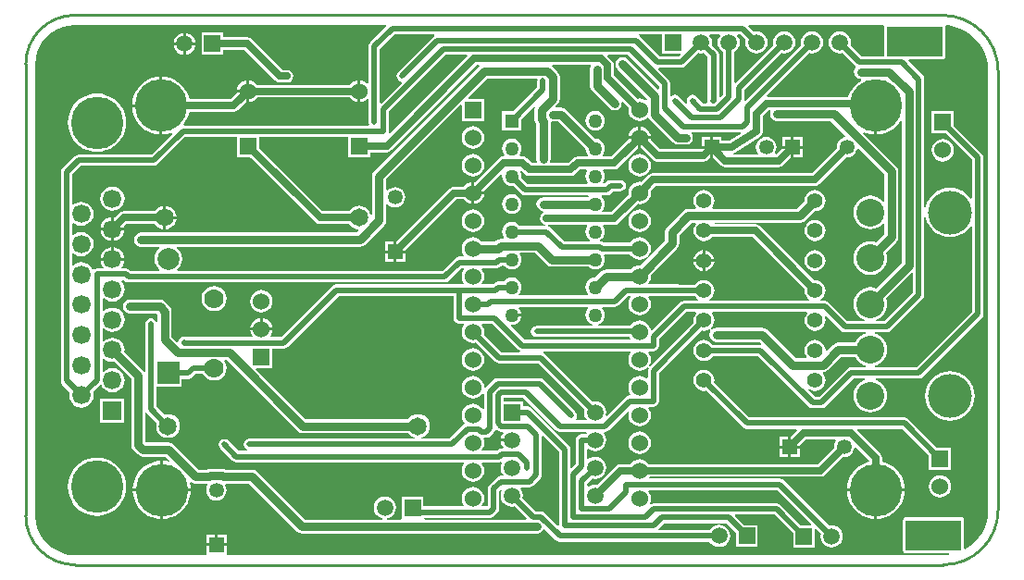
<source format=gbl>
G04*
G04 #@! TF.GenerationSoftware,Altium Limited,Altium Designer,20.0.13 (296)*
G04*
G04 Layer_Physical_Order=2*
G04 Layer_Color=16711680*
%FSLAX25Y25*%
%MOIN*%
G70*
G01*
G75*
%ADD11C,0.01000*%
%ADD41C,0.03000*%
%ADD42C,0.02500*%
%ADD43C,0.02000*%
%ADD46C,0.06496*%
%ADD47R,0.06000X0.06000*%
%ADD48C,0.06000*%
%ADD49R,0.05906X0.05906*%
%ADD50C,0.05906*%
%ADD51C,0.02000*%
%ADD52C,0.18898*%
%ADD53C,0.06653*%
%ADD54R,0.06653X0.06653*%
%ADD55R,0.06000X0.06000*%
%ADD56C,0.07000*%
%ADD57R,0.05000X0.05000*%
%ADD58C,0.05000*%
%ADD59C,0.05512*%
%ADD60C,0.05315*%
%ADD61R,0.05315X0.05315*%
%ADD62C,0.15748*%
%ADD63C,0.10000*%
%ADD64C,0.07874*%
%ADD65R,0.07874X0.07874*%
%ADD66R,0.05315X0.05315*%
%ADD67R,0.19967X0.10996*%
G36*
X245543Y182859D02*
Y168323D01*
X245393Y168098D01*
X245238Y167318D01*
X245345Y166781D01*
X245009Y166281D01*
X243716D01*
X241910Y168086D01*
X241908Y168098D01*
X241465Y168760D01*
X240804Y169202D01*
X240024Y169357D01*
X239243Y169202D01*
X238582Y168760D01*
X238140Y168098D01*
X237984Y167318D01*
X238007Y167203D01*
X237984Y167089D01*
X238122Y166397D01*
X237881Y166184D01*
X237710Y166102D01*
X235052Y168760D01*
X235052Y168760D01*
X234640Y169035D01*
X234391Y169202D01*
X233610Y169357D01*
X233610D01*
X232830Y169202D01*
X232539Y169008D01*
X232039Y169275D01*
Y173416D01*
X232039Y173416D01*
X231884Y174196D01*
X231442Y174857D01*
X227739Y178561D01*
X227946Y179061D01*
X235905D01*
X236685Y179216D01*
X237347Y179658D01*
X242071Y184382D01*
X243045Y184254D01*
X244020Y184382D01*
X245543Y182859D01*
D02*
G37*
G36*
X309002Y194090D02*
Y183213D01*
X300957D01*
X296904Y187266D01*
X297032Y188241D01*
X296896Y189273D01*
X296498Y190234D01*
X295865Y191060D01*
X295039Y191693D01*
X294077Y192092D01*
X293045Y192228D01*
X292014Y192092D01*
X291052Y191693D01*
X290226Y191060D01*
X289593Y190234D01*
X289194Y189273D01*
X289058Y188241D01*
X289194Y187209D01*
X289593Y186247D01*
X290226Y185422D01*
X291052Y184788D01*
X292014Y184390D01*
X293045Y184254D01*
X294020Y184382D01*
X298560Y179843D01*
X298670Y179714D01*
X298648Y179145D01*
X298318Y178652D01*
X298123Y177677D01*
X298315Y176701D01*
X298867Y175873D01*
X298946Y175794D01*
X298948Y175793D01*
X298949Y175792D01*
X299359Y175517D01*
X299773Y175240D01*
X299774Y175240D01*
X299776Y175239D01*
X300260Y175143D01*
X300693Y175056D01*
X300769Y174906D01*
X300817Y174545D01*
X299888Y173976D01*
X298638Y172908D01*
X297570Y171657D01*
X296710Y170255D01*
X296081Y168736D01*
X296047Y168594D01*
X266990D01*
X266782Y169094D01*
X282071Y184382D01*
X283045Y184254D01*
X284077Y184390D01*
X285039Y184788D01*
X285864Y185422D01*
X286498Y186247D01*
X286896Y187209D01*
X287032Y188241D01*
X286896Y189273D01*
X286498Y190234D01*
X285864Y191060D01*
X285039Y191693D01*
X284077Y192092D01*
X283045Y192228D01*
X282014Y192092D01*
X281052Y191693D01*
X280226Y191060D01*
X279593Y190234D01*
X279194Y189273D01*
X279059Y188241D01*
X279187Y187266D01*
X259114Y167193D01*
X258653Y167439D01*
X258739Y167874D01*
Y171051D01*
X272071Y184382D01*
X273045Y184254D01*
X274077Y184390D01*
X275039Y184788D01*
X275865Y185422D01*
X276498Y186247D01*
X276896Y187209D01*
X277032Y188241D01*
X276896Y189273D01*
X276498Y190234D01*
X275865Y191060D01*
X275039Y191693D01*
X274077Y192092D01*
X273045Y192228D01*
X272013Y192092D01*
X271052Y191693D01*
X270226Y191060D01*
X269593Y190234D01*
X269194Y189273D01*
X269058Y188241D01*
X269187Y187266D01*
X255585Y173664D01*
X255085Y173871D01*
Y184823D01*
X255865Y185422D01*
X256498Y186247D01*
X256896Y187209D01*
X257032Y188241D01*
X256896Y189273D01*
X256498Y190234D01*
X256176Y190654D01*
X256422Y191154D01*
X257248D01*
X259187Y189216D01*
X259058Y188241D01*
X259194Y187209D01*
X259593Y186247D01*
X260226Y185422D01*
X261052Y184788D01*
X262014Y184390D01*
X263045Y184254D01*
X264077Y184390D01*
X265039Y184788D01*
X265864Y185422D01*
X266498Y186247D01*
X266896Y187209D01*
X267032Y188241D01*
X266896Y189273D01*
X266498Y190234D01*
X265864Y191060D01*
X265039Y191693D01*
X264077Y192092D01*
X263045Y192228D01*
X262071Y192099D01*
X260129Y194041D01*
X260320Y194503D01*
X308574D01*
X309002Y194090D01*
D02*
G37*
G36*
X229093Y184288D02*
X235556D01*
X235747Y183826D01*
X235060Y183139D01*
X228245D01*
X221142Y190242D01*
X220916Y190393D01*
X220792Y191072D01*
X220850Y191154D01*
X229093D01*
Y184288D01*
D02*
G37*
G36*
X227961Y172571D02*
Y171497D01*
X227499Y171306D01*
X216602Y182202D01*
X215775Y182755D01*
X214800Y182949D01*
X213825Y182755D01*
X212998Y182202D01*
X212445Y181376D01*
X212251Y180400D01*
X212445Y179425D01*
X212998Y178598D01*
X223739Y167857D01*
X223704Y167597D01*
X223171Y167376D01*
X223017Y167494D01*
X222044Y167897D01*
X221000Y168035D01*
X220302Y167943D01*
X211744Y176500D01*
Y180053D01*
X211569Y180931D01*
X211072Y181676D01*
X209449Y183299D01*
X209640Y183761D01*
X216771D01*
X227961Y172571D01*
D02*
G37*
G36*
X249915Y190654D02*
X249593Y190234D01*
X249194Y189273D01*
X249059Y188241D01*
X249194Y187209D01*
X249593Y186247D01*
X250226Y185422D01*
X251006Y184823D01*
Y169307D01*
X250083Y168384D01*
X249622Y168575D01*
Y183704D01*
X249466Y184484D01*
X249024Y185146D01*
X246904Y187266D01*
X247032Y188241D01*
X246896Y189273D01*
X246498Y190234D01*
X246176Y190654D01*
X246422Y191154D01*
X249669D01*
X249915Y190654D01*
D02*
G37*
G36*
X147108Y191072D02*
X146984Y190393D01*
X146758Y190242D01*
X134108Y177592D01*
X133666Y176930D01*
X133511Y176150D01*
X133666Y175370D01*
X134108Y174708D01*
X134770Y174266D01*
X135097Y174201D01*
X135262Y173658D01*
X127927Y166324D01*
X127465Y166515D01*
Y185855D01*
X132764Y191154D01*
X147050D01*
X147108Y191072D01*
D02*
G37*
G36*
X184250Y174844D02*
X184160Y174392D01*
Y172044D01*
X175616Y163500D01*
X171500D01*
Y156500D01*
X178500D01*
Y160616D01*
X182830Y164946D01*
X183291Y164700D01*
X183141Y163947D01*
Y160634D01*
X183335Y159658D01*
X183851Y158886D01*
Y146200D01*
X184045Y145224D01*
X184105Y145135D01*
X183869Y144694D01*
X182350D01*
X180422Y146622D01*
X179678Y147119D01*
X178800Y147294D01*
X177966D01*
X177719Y147794D01*
X178057Y148235D01*
X178410Y149086D01*
X178530Y150000D01*
X178410Y150914D01*
X178057Y151765D01*
X177496Y152496D01*
X176765Y153057D01*
X175914Y153410D01*
X175000Y153530D01*
X174086Y153410D01*
X173235Y153057D01*
X172504Y152496D01*
X171943Y151765D01*
X171590Y150914D01*
X171470Y150000D01*
X171590Y149086D01*
X171943Y148235D01*
X172281Y147794D01*
X172034Y147294D01*
X172000D01*
X171122Y147119D01*
X170378Y146622D01*
X161698Y137943D01*
X161500Y137969D01*
Y134500D01*
X164969D01*
X164943Y134698D01*
X171075Y140831D01*
X171548Y140597D01*
X171470Y140000D01*
X171590Y139086D01*
X171943Y138235D01*
X172504Y137504D01*
X173235Y136943D01*
X174086Y136590D01*
X175000Y136470D01*
X175571Y136545D01*
X178332Y133784D01*
X178332Y133784D01*
X178994Y133342D01*
X179774Y133187D01*
X179774Y133187D01*
X202442D01*
X202624Y132704D01*
X202375Y132417D01*
X187065D01*
X186400Y132549D01*
X185424Y132355D01*
X184598Y131802D01*
X184045Y130975D01*
X183851Y130000D01*
X184045Y129025D01*
X184598Y128198D01*
X184730Y128065D01*
X185557Y127513D01*
X186479Y127329D01*
X186537Y127142D01*
X186546Y126819D01*
X185878Y126372D01*
X185380Y125628D01*
X185206Y124750D01*
X185380Y123872D01*
X185878Y123128D01*
X186622Y122631D01*
X187081Y122539D01*
X187032Y122039D01*
X177847D01*
X177496Y122496D01*
X176765Y123057D01*
X175914Y123410D01*
X175000Y123530D01*
X174086Y123410D01*
X173235Y123057D01*
X172504Y122496D01*
X171943Y121765D01*
X171590Y120914D01*
X171470Y120000D01*
X171590Y119086D01*
X171943Y118235D01*
X172125Y117997D01*
X171904Y117549D01*
X171000D01*
X170025Y117355D01*
X169198Y116802D01*
X168944Y116549D01*
X164086D01*
X163853Y116853D01*
X163017Y117494D01*
X162044Y117897D01*
X161000Y118035D01*
X159956Y117897D01*
X158983Y117494D01*
X158147Y116853D01*
X157506Y116017D01*
X157103Y115044D01*
X156965Y114000D01*
X157103Y112956D01*
X157506Y111983D01*
X157846Y111539D01*
X157600Y111039D01*
X156000D01*
X156000Y111039D01*
X155220Y110884D01*
X154558Y110442D01*
X150034Y105918D01*
X54563D01*
X54394Y106418D01*
X54783Y106717D01*
X55575Y107748D01*
X56072Y108949D01*
X56242Y110238D01*
X56072Y111527D01*
X55575Y112728D01*
X54783Y113759D01*
X54329Y114107D01*
X54499Y114607D01*
X120227D01*
X121203Y114801D01*
X122030Y115354D01*
X129002Y122327D01*
X129555Y123153D01*
X129749Y124129D01*
Y129760D01*
X130249Y129930D01*
X130337Y129815D01*
X131102Y129229D01*
X131991Y128860D01*
X132946Y128734D01*
X133901Y128860D01*
X134791Y129229D01*
X135555Y129815D01*
X136141Y130579D01*
X136509Y131469D01*
X136635Y132423D01*
X136509Y133378D01*
X136141Y134268D01*
X135555Y135032D01*
X134791Y135618D01*
X133901Y135987D01*
X132946Y136112D01*
X131991Y135987D01*
X131102Y135618D01*
X130337Y135032D01*
X130249Y134917D01*
X129749Y135086D01*
Y138944D01*
X156538Y165733D01*
X157000Y165542D01*
Y160000D01*
X165000D01*
Y168000D01*
X159458D01*
X159267Y168462D01*
X166148Y175344D01*
X183874D01*
X184250Y174844D01*
D02*
G37*
G36*
X159073Y183299D02*
X131131Y155357D01*
X130708Y155641D01*
X130839Y156300D01*
Y163468D01*
X151132Y183761D01*
X158881D01*
X159073Y183299D01*
D02*
G37*
G36*
X306549Y155055D02*
X307689Y155145D01*
X309288Y155529D01*
X310807Y156158D01*
X312210Y157017D01*
X313460Y158086D01*
X314529Y159336D01*
X314951Y160026D01*
X315451Y159884D01*
Y109006D01*
X306094Y99650D01*
X305226Y99913D01*
X304049Y100029D01*
X302873Y99913D01*
X301742Y99570D01*
X300700Y99013D01*
X299786Y98263D01*
X299036Y97350D01*
X298479Y96307D01*
X298136Y95176D01*
X298020Y94000D01*
X298136Y92824D01*
X298479Y91693D01*
X299036Y90650D01*
X299786Y89737D01*
X300700Y88987D01*
X301742Y88430D01*
X302041Y88339D01*
X301967Y87839D01*
X295745D01*
X289042Y94542D01*
X288380Y94984D01*
X287600Y95139D01*
X286310D01*
X286246Y95262D01*
X286178Y95639D01*
X286871Y96171D01*
X287473Y96955D01*
X287851Y97869D01*
X287980Y98849D01*
X287851Y99830D01*
X287473Y100744D01*
X286871Y101528D01*
X286086Y102130D01*
X285173Y102509D01*
X284192Y102638D01*
X283711Y102574D01*
X264223Y122062D01*
X263479Y122560D01*
X262601Y122734D01*
X247702D01*
X247692Y122751D01*
X247970Y123251D01*
X278756D01*
X279732Y123445D01*
X280559Y123998D01*
X284030Y127469D01*
X284192Y127447D01*
X285173Y127576D01*
X286086Y127955D01*
X286871Y128557D01*
X287473Y129341D01*
X287851Y130255D01*
X287980Y131236D01*
X287851Y132216D01*
X287473Y133130D01*
X286871Y133914D01*
X286086Y134516D01*
X285173Y134895D01*
X284192Y135024D01*
X283211Y134895D01*
X282298Y134516D01*
X281513Y133914D01*
X280911Y133130D01*
X280533Y132216D01*
X280404Y131236D01*
X280425Y131073D01*
X277701Y128349D01*
X247341D01*
X247095Y128849D01*
X247473Y129341D01*
X247851Y130255D01*
X247980Y131236D01*
X247851Y132216D01*
X247473Y133130D01*
X246871Y133914D01*
X246086Y134516D01*
X245173Y134895D01*
X244192Y135024D01*
X243212Y134895D01*
X242298Y134516D01*
X241513Y133914D01*
X240911Y133130D01*
X240533Y132216D01*
X240404Y131236D01*
X240533Y130255D01*
X240911Y129341D01*
X241289Y128849D01*
X241042Y128349D01*
X238500D01*
X237525Y128155D01*
X236698Y127602D01*
X230898Y121802D01*
X230345Y120975D01*
X230151Y120000D01*
Y116756D01*
X224288Y110892D01*
X223911Y111223D01*
X224494Y111983D01*
X224897Y112956D01*
X225034Y114000D01*
X224897Y115044D01*
X224494Y116017D01*
X223853Y116853D01*
X223017Y117494D01*
X222044Y117897D01*
X221000Y118035D01*
X219956Y117897D01*
X218983Y117494D01*
X218147Y116853D01*
X217523Y116039D01*
X208160D01*
X207644Y116384D01*
X206990Y116514D01*
X206950Y116590D01*
X206876Y116894D01*
X206881Y117032D01*
X207496Y117504D01*
X208057Y118235D01*
X208410Y119086D01*
X208530Y120000D01*
X208410Y120914D01*
X208057Y121765D01*
X207871Y122008D01*
X208092Y122456D01*
X211750D01*
X212628Y122631D01*
X213372Y123128D01*
X220302Y130057D01*
X221000Y129965D01*
X222044Y130103D01*
X223017Y130506D01*
X223853Y131147D01*
X224494Y131983D01*
X224897Y132956D01*
X225034Y134000D01*
X224943Y134698D01*
X226750Y136506D01*
X283946D01*
X284824Y136680D01*
X285568Y137178D01*
X295234Y146843D01*
X295627Y146791D01*
X296581Y146917D01*
X297471Y147286D01*
X298235Y147872D01*
X298821Y148636D01*
X299190Y149526D01*
X299233Y149856D01*
X299761Y150035D01*
X309051Y140745D01*
Y131105D01*
X308580Y130937D01*
X308313Y131263D01*
X307399Y132013D01*
X306357Y132570D01*
X305226Y132913D01*
X304049Y133029D01*
X302873Y132913D01*
X301742Y132570D01*
X300700Y132013D01*
X299786Y131263D01*
X299036Y130350D01*
X298479Y129307D01*
X298136Y128176D01*
X298020Y127000D01*
X298136Y125824D01*
X298479Y124693D01*
X299036Y123651D01*
X299786Y122737D01*
X300700Y121987D01*
X301742Y121430D01*
X302873Y121087D01*
X304049Y120971D01*
X305226Y121087D01*
X306357Y121430D01*
X307399Y121987D01*
X308313Y122737D01*
X308580Y123063D01*
X309051Y122895D01*
Y119106D01*
X306094Y116150D01*
X305226Y116413D01*
X304049Y116529D01*
X302873Y116413D01*
X301742Y116070D01*
X300700Y115513D01*
X299786Y114763D01*
X299036Y113849D01*
X298479Y112807D01*
X298136Y111676D01*
X298020Y110500D01*
X298136Y109324D01*
X298479Y108193D01*
X299036Y107150D01*
X299786Y106237D01*
X300700Y105487D01*
X301742Y104930D01*
X302873Y104587D01*
X304049Y104471D01*
X305226Y104587D01*
X306357Y104930D01*
X307399Y105487D01*
X308313Y106237D01*
X309062Y107150D01*
X309619Y108193D01*
X309963Y109324D01*
X310078Y110500D01*
X309963Y111676D01*
X309699Y112545D01*
X313402Y116248D01*
X313955Y117075D01*
X314149Y118051D01*
Y141801D01*
X313955Y142776D01*
X313402Y143603D01*
X301458Y155547D01*
X301742Y155971D01*
X302810Y155529D01*
X304410Y155145D01*
X305549Y155055D01*
Y165497D01*
X306549D01*
Y155055D01*
D02*
G37*
G36*
X203530Y179753D02*
X203345Y179475D01*
X203151Y178500D01*
Y172553D01*
X203345Y171577D01*
X203898Y170750D01*
X210177Y164470D01*
X211004Y163918D01*
X211980Y163724D01*
X212955Y163918D01*
X213782Y164470D01*
X214335Y165297D01*
X214529Y166273D01*
X214467Y166581D01*
X214928Y166828D01*
X217057Y164698D01*
X216966Y164000D01*
X217103Y162956D01*
X217506Y161983D01*
X218147Y161147D01*
X218983Y160506D01*
X219956Y160103D01*
X221000Y159966D01*
X222044Y160103D01*
X223017Y160506D01*
X223728Y161051D01*
X224182Y161047D01*
X224364Y160992D01*
X224698Y160493D01*
X233071Y152120D01*
X233898Y151567D01*
X234873Y151373D01*
X237582D01*
X238558Y151567D01*
X239385Y152120D01*
X239937Y152947D01*
X240131Y153922D01*
X239937Y154897D01*
X239604Y155396D01*
X239871Y155896D01*
X257470D01*
X257617Y155396D01*
X253528Y152775D01*
X250547D01*
Y154138D01*
X247389D01*
Y150480D01*
Y146736D01*
X250247Y143878D01*
X250992Y143380D01*
X251870Y143206D01*
X270961D01*
X271839Y143380D01*
X272583Y143878D01*
X275442Y146736D01*
Y149980D01*
X272197D01*
X270204Y147987D01*
X269928Y148022D01*
X269707Y148554D01*
X269769Y148636D01*
X270138Y149526D01*
X270263Y150480D01*
X270138Y151435D01*
X269769Y152325D01*
X269183Y153089D01*
X268419Y153675D01*
X267529Y154044D01*
X266574Y154169D01*
X265619Y154044D01*
X264730Y153675D01*
X263966Y153089D01*
X263379Y152325D01*
X263011Y151435D01*
X262885Y150480D01*
X263011Y149526D01*
X263379Y148636D01*
X263642Y148294D01*
X263395Y147794D01*
X254882D01*
X254788Y148294D01*
X254835Y148313D01*
X255078Y148361D01*
X255248Y148475D01*
X255438Y148549D01*
X264285Y154222D01*
X264463Y154393D01*
X264669Y154531D01*
X264783Y154701D01*
X264930Y154843D01*
X265029Y155069D01*
X265166Y155275D01*
X265206Y155476D01*
X265288Y155663D01*
X265293Y155910D01*
X265341Y156153D01*
Y161697D01*
X267518Y163874D01*
X267792Y163845D01*
X267891Y163741D01*
X268120Y163348D01*
X267951Y162500D01*
X268145Y161524D01*
X268698Y160698D01*
X269525Y160145D01*
X270500Y159951D01*
X289845D01*
X295181Y154615D01*
X295002Y154087D01*
X294672Y154044D01*
X293782Y153675D01*
X293018Y153089D01*
X292432Y152325D01*
X292063Y151435D01*
X291938Y150480D01*
X291989Y150087D01*
X282996Y141094D01*
X225800D01*
X224922Y140919D01*
X224178Y140422D01*
X221698Y137943D01*
X221000Y138034D01*
X219956Y137897D01*
X218983Y137494D01*
X218147Y136853D01*
X217506Y136017D01*
X217103Y135044D01*
X216966Y134000D01*
X217057Y133302D01*
X210800Y127044D01*
X207652D01*
X207586Y127238D01*
X207527Y127544D01*
X208057Y128235D01*
X208410Y129086D01*
X208530Y130000D01*
X208410Y130914D01*
X208057Y131765D01*
X207496Y132496D01*
X207248Y132687D01*
X207418Y133187D01*
X209146D01*
X209926Y133342D01*
X210588Y133784D01*
X211409Y134605D01*
X214062D01*
X214843Y134761D01*
X215504Y135203D01*
X215946Y135864D01*
X216101Y136645D01*
X215946Y137425D01*
X215504Y138086D01*
X214843Y138529D01*
X214062Y138684D01*
X210564D01*
X209784Y138529D01*
X209122Y138086D01*
X208400Y137364D01*
X208001Y137408D01*
X207785Y137880D01*
X208057Y138235D01*
X208410Y139086D01*
X208530Y140000D01*
X208410Y140914D01*
X208057Y141765D01*
X207873Y142006D01*
X208119Y142506D01*
X211800D01*
X212678Y142681D01*
X213422Y143178D01*
X220302Y150057D01*
X220500Y150031D01*
Y153500D01*
X217031D01*
X217057Y153302D01*
X210850Y147094D01*
X207711D01*
X207565Y147594D01*
X208057Y148235D01*
X208410Y149086D01*
X208530Y150000D01*
X208410Y150914D01*
X208057Y151765D01*
X207496Y152496D01*
X206765Y153057D01*
X205914Y153410D01*
X205086Y153519D01*
X194512Y164093D01*
X193685Y164645D01*
X192710Y164839D01*
X190840D01*
X190649Y165301D01*
X191502Y166154D01*
X192054Y166981D01*
X192248Y167956D01*
Y175842D01*
X192054Y176818D01*
X191502Y177645D01*
X189453Y179693D01*
X189453Y179821D01*
X189566Y180193D01*
X203294D01*
X203530Y179753D01*
D02*
G37*
G36*
X163288Y179821D02*
X163289Y179693D01*
X125398Y141802D01*
X124845Y140975D01*
X124651Y140000D01*
Y126283D01*
X124168Y126196D01*
X123740Y127229D01*
X123059Y128117D01*
X122171Y128798D01*
X121138Y129226D01*
X120029Y129372D01*
X118920Y129226D01*
X117887Y128798D01*
X116999Y128117D01*
X116435Y127381D01*
X106845D01*
X84000Y150226D01*
Y154261D01*
X116000D01*
Y146982D01*
X124000D01*
Y148688D01*
X130000D01*
X130878Y148862D01*
X131622Y149360D01*
X162456Y180193D01*
X163175D01*
X163288Y179821D01*
D02*
G37*
G36*
X189690Y159741D02*
X191654D01*
X201481Y149914D01*
X201590Y149086D01*
X201943Y148235D01*
X202434Y147594D01*
X202290Y147094D01*
X198600D01*
X197722Y146920D01*
X196978Y146422D01*
X195250Y144694D01*
X188931D01*
X188695Y145135D01*
X188755Y145224D01*
X188949Y146200D01*
Y159495D01*
X189336Y159812D01*
X189690Y159741D01*
D02*
G37*
G36*
X202128Y142006D02*
X201943Y141765D01*
X201590Y140914D01*
X201470Y140000D01*
X201590Y139086D01*
X201943Y138235D01*
X202303Y137765D01*
X202057Y137265D01*
X180619D01*
X178455Y139429D01*
X178530Y140000D01*
X178410Y140914D01*
X178057Y141765D01*
X177971Y141878D01*
X178348Y142208D01*
X179778Y140778D01*
X180522Y140280D01*
X181400Y140106D01*
X196200D01*
X197078Y140280D01*
X197822Y140778D01*
X199550Y142506D01*
X201881D01*
X202128Y142006D01*
D02*
G37*
G36*
X76000Y146982D02*
X80756D01*
X104272Y123465D01*
X105017Y122968D01*
X105895Y122793D01*
X116435D01*
X116999Y122057D01*
X117887Y121377D01*
X118920Y120949D01*
X119616Y120857D01*
X119795Y120329D01*
X119171Y119705D01*
X41511D01*
X40535Y119511D01*
X39708Y118959D01*
X39156Y118132D01*
X38962Y117156D01*
X39156Y116181D01*
X39708Y115354D01*
X40535Y114801D01*
X41511Y114607D01*
X48025D01*
X48195Y114107D01*
X47741Y113759D01*
X46950Y112728D01*
X46452Y111527D01*
X46283Y110238D01*
X46452Y108949D01*
X46950Y107748D01*
X47741Y106717D01*
X48131Y106418D01*
X47961Y105918D01*
X37767D01*
X37543Y106142D01*
X36881Y106584D01*
X36101Y106739D01*
X34689D01*
X34442Y107239D01*
X34972Y107929D01*
X35408Y108982D01*
X35491Y109611D01*
X31192D01*
X26894D01*
X26977Y108982D01*
X27413Y107929D01*
X27942Y107239D01*
X27696Y106739D01*
X25600D01*
X24820Y106584D01*
X24521Y106384D01*
X23902Y106572D01*
X23790Y106840D01*
X23097Y107744D01*
X22193Y108438D01*
X21140Y108874D01*
X20011Y109022D01*
X18881Y108874D01*
X17829Y108438D01*
X17139Y107908D01*
X16639Y108155D01*
Y112067D01*
X17139Y112314D01*
X17829Y111785D01*
X18881Y111349D01*
X20011Y111200D01*
X21140Y111349D01*
X22193Y111785D01*
X23097Y112478D01*
X23790Y113382D01*
X24226Y114435D01*
X24375Y115564D01*
X24226Y116693D01*
X23790Y117746D01*
X23097Y118650D01*
X22193Y119343D01*
X21140Y119779D01*
X20011Y119928D01*
X18881Y119779D01*
X17829Y119343D01*
X17139Y118814D01*
X16639Y119061D01*
Y122973D01*
X17139Y123219D01*
X17829Y122690D01*
X18881Y122254D01*
X20011Y122105D01*
X21140Y122254D01*
X22193Y122690D01*
X23097Y123383D01*
X23790Y124287D01*
X24226Y125340D01*
X24375Y126469D01*
X24226Y127599D01*
X23790Y128651D01*
X23097Y129555D01*
X22193Y130249D01*
X21140Y130685D01*
X20011Y130833D01*
X18881Y130685D01*
X17829Y130249D01*
X17139Y129719D01*
X16639Y129966D01*
Y140555D01*
X19845Y143761D01*
X46100D01*
X46880Y143916D01*
X47542Y144358D01*
X57445Y154261D01*
X76000D01*
Y146982D01*
D02*
G37*
G36*
X202129Y122008D02*
X201943Y121765D01*
X201590Y120914D01*
X201470Y120000D01*
X201590Y119086D01*
X201943Y118235D01*
X202504Y117504D01*
X203109Y117039D01*
X202956Y116539D01*
X193845D01*
X188942Y121442D01*
X188280Y121884D01*
X187919Y121956D01*
X187968Y122456D01*
X201908D01*
X202129Y122008D01*
D02*
G37*
G36*
X187498Y108198D02*
X188324Y107645D01*
X189300Y107451D01*
X202572D01*
X203235Y106943D01*
X204086Y106590D01*
X205000Y106470D01*
X205914Y106590D01*
X206765Y106943D01*
X207496Y107504D01*
X208057Y108235D01*
X208410Y109086D01*
X208530Y110000D01*
X208410Y110914D01*
X208183Y111461D01*
X208515Y111961D01*
X217523D01*
X218147Y111147D01*
X218983Y110506D01*
X219956Y110103D01*
X221000Y109966D01*
X222044Y110103D01*
X223017Y110506D01*
X223777Y111089D01*
X224108Y110712D01*
X221380Y107984D01*
X221000Y108035D01*
X219956Y107897D01*
X218983Y107494D01*
X218147Y106853D01*
X217914Y106549D01*
X209000D01*
X208025Y106355D01*
X207198Y105802D01*
X204914Y103519D01*
X204086Y103410D01*
X203235Y103057D01*
X202504Y102496D01*
X201943Y101765D01*
X201590Y100914D01*
X201470Y100000D01*
X201590Y99086D01*
X201943Y98235D01*
X202477Y97539D01*
X202430Y97287D01*
X202346Y97039D01*
X177654D01*
X177570Y97287D01*
X177523Y97539D01*
X178057Y98235D01*
X178410Y99086D01*
X178530Y100000D01*
X178410Y100914D01*
X178057Y101765D01*
X177496Y102496D01*
X176765Y103057D01*
X175914Y103410D01*
X175000Y103530D01*
X174086Y103410D01*
X173235Y103057D01*
X172504Y102496D01*
X172153Y102039D01*
X170100D01*
X169320Y101884D01*
X168658Y101442D01*
X168255Y101039D01*
X164400D01*
X164154Y101539D01*
X164494Y101983D01*
X164897Y102956D01*
X165034Y104000D01*
X164897Y105044D01*
X164494Y106017D01*
X164154Y106461D01*
X164400Y106961D01*
X169500D01*
X170280Y107116D01*
X170942Y107558D01*
X171345Y107961D01*
X172153D01*
X172504Y107504D01*
X173235Y106943D01*
X174086Y106590D01*
X175000Y106470D01*
X175914Y106590D01*
X176765Y106943D01*
X177496Y107504D01*
X178057Y108235D01*
X178410Y109086D01*
X178530Y110000D01*
X178410Y110914D01*
X178057Y111765D01*
X177875Y112003D01*
X178096Y112451D01*
X183244D01*
X187498Y108198D01*
D02*
G37*
G36*
X157846Y106461D02*
X157506Y106017D01*
X157103Y105044D01*
X156965Y104000D01*
X157103Y102956D01*
X157506Y101983D01*
X157846Y101539D01*
X157600Y101039D01*
X111800D01*
X111019Y100884D01*
X110358Y100442D01*
X110358Y100442D01*
X91955Y82039D01*
X88200D01*
X87954Y82539D01*
X88294Y82983D01*
X88697Y83956D01*
X88769Y84500D01*
X84800D01*
X80831D01*
X80903Y83956D01*
X81306Y82983D01*
X81646Y82539D01*
X81400Y82039D01*
X57693D01*
X57670Y82054D01*
X56890Y82210D01*
X56110Y82054D01*
X55448Y81612D01*
X55006Y80951D01*
X54916Y80496D01*
X54373Y80332D01*
X52549Y82156D01*
Y91320D01*
X52355Y92295D01*
X51802Y93122D01*
X50045Y94880D01*
X49218Y95432D01*
X48243Y95626D01*
X37502D01*
X36527Y95432D01*
X35699Y94880D01*
X35147Y94053D01*
X34953Y93077D01*
X35147Y92102D01*
X35699Y91275D01*
X36527Y90722D01*
X37502Y90528D01*
X47187D01*
X47451Y90264D01*
Y87771D01*
X46988Y87634D01*
X46951Y87641D01*
X46523Y88282D01*
X45861Y88724D01*
X45081Y88880D01*
X44300Y88724D01*
X43639Y88282D01*
X43197Y87621D01*
X43042Y86840D01*
Y69657D01*
X42542Y69505D01*
X42250Y69941D01*
X35468Y76724D01*
X35556Y77395D01*
X35408Y78524D01*
X34972Y79577D01*
X34278Y80480D01*
X33374Y81174D01*
X32322Y81610D01*
X31192Y81759D01*
X30063Y81610D01*
X29010Y81174D01*
X28139Y80506D01*
X27912Y80546D01*
X27639Y80639D01*
Y85056D01*
X27912Y85149D01*
X28139Y85189D01*
X29010Y84521D01*
X30063Y84085D01*
X31192Y83936D01*
X32322Y84085D01*
X33374Y84521D01*
X34278Y85214D01*
X34972Y86118D01*
X35408Y87171D01*
X35556Y88300D01*
X35408Y89430D01*
X34972Y90482D01*
X34278Y91386D01*
X33374Y92080D01*
X32322Y92516D01*
X31192Y92664D01*
X30063Y92516D01*
X29010Y92080D01*
X28139Y91411D01*
X27912Y91452D01*
X27639Y91545D01*
Y95961D01*
X27912Y96054D01*
X28139Y96095D01*
X29010Y95426D01*
X30063Y94990D01*
X31192Y94842D01*
X32322Y94990D01*
X33374Y95426D01*
X34278Y96120D01*
X34972Y97024D01*
X35408Y98076D01*
X35556Y99206D01*
X35408Y100335D01*
X34972Y101388D01*
X34378Y102161D01*
X34563Y102661D01*
X35256D01*
X35480Y102436D01*
X36142Y101994D01*
X36922Y101839D01*
X150878D01*
X151659Y101994D01*
X152320Y102436D01*
X156845Y106961D01*
X157600D01*
X157846Y106461D01*
D02*
G37*
G36*
X241231Y122751D02*
X240911Y122334D01*
X240533Y121421D01*
X240404Y120440D01*
X240533Y119460D01*
X240911Y118546D01*
X241513Y117762D01*
X242298Y117159D01*
X243212Y116781D01*
X244192Y116652D01*
X245173Y116781D01*
X246086Y117159D01*
X246871Y117762D01*
X247166Y118146D01*
X261651D01*
X280467Y99330D01*
X280404Y98849D01*
X280533Y97869D01*
X280911Y96955D01*
X281513Y96171D01*
X282206Y95639D01*
X282138Y95262D01*
X282074Y95139D01*
X246310D01*
X246246Y95262D01*
X246178Y95639D01*
X246871Y96171D01*
X247473Y96955D01*
X247851Y97869D01*
X247980Y98849D01*
X247851Y99830D01*
X247473Y100744D01*
X246871Y101528D01*
X246086Y102130D01*
X245173Y102509D01*
X244192Y102638D01*
X243212Y102509D01*
X242298Y102130D01*
X241513Y101528D01*
X241022Y100889D01*
X235357D01*
X234600Y101039D01*
X224400D01*
X224154Y101539D01*
X224494Y101983D01*
X224897Y102956D01*
X225034Y104000D01*
X224985Y104380D01*
X234502Y113898D01*
X235055Y114725D01*
X235249Y115700D01*
Y118944D01*
X239556Y123251D01*
X240984D01*
X241231Y122751D01*
D02*
G37*
G36*
X234751Y96810D02*
X241022D01*
X241513Y96171D01*
X242206Y95639D01*
X242138Y95262D01*
X242074Y95139D01*
X236970D01*
X236189Y94984D01*
X235528Y94542D01*
X225429Y84443D01*
X224955Y84604D01*
X224897Y85044D01*
X224494Y86017D01*
X223853Y86853D01*
X223017Y87494D01*
X222044Y87897D01*
X221000Y88034D01*
X219956Y87897D01*
X218983Y87494D01*
X218147Y86853D01*
X217600Y86139D01*
X206132D01*
X206032Y86639D01*
X206765Y86943D01*
X207496Y87504D01*
X208057Y88235D01*
X208410Y89086D01*
X208530Y90000D01*
X208410Y90914D01*
X208057Y91765D01*
X207523Y92461D01*
X207570Y92713D01*
X207654Y92961D01*
X212000D01*
X212780Y93116D01*
X213442Y93558D01*
X216845Y96961D01*
X217600D01*
X217846Y96461D01*
X217506Y96017D01*
X217103Y95044D01*
X216966Y94000D01*
X217103Y92956D01*
X217506Y91983D01*
X218147Y91147D01*
X218983Y90506D01*
X219956Y90103D01*
X221000Y89965D01*
X222044Y90103D01*
X223017Y90506D01*
X223853Y91147D01*
X224494Y91983D01*
X224897Y92956D01*
X225034Y94000D01*
X224897Y95044D01*
X224494Y96017D01*
X224154Y96461D01*
X224400Y96961D01*
X233994D01*
X234751Y96810D01*
D02*
G37*
G36*
X319461Y105153D02*
Y98145D01*
X309155Y87839D01*
X306132D01*
X306058Y88339D01*
X306357Y88430D01*
X307399Y88987D01*
X308313Y89737D01*
X309062Y90650D01*
X309619Y91693D01*
X309963Y92824D01*
X310078Y94000D01*
X309963Y95176D01*
X309699Y96045D01*
X318999Y105345D01*
X319461Y105153D01*
D02*
G37*
G36*
X202430Y92713D02*
X202477Y92461D01*
X201943Y91765D01*
X201590Y90914D01*
X201470Y90000D01*
X201590Y89086D01*
X201943Y88235D01*
X202504Y87504D01*
X203235Y86943D01*
X203968Y86639D01*
X203868Y86139D01*
X183900D01*
X183120Y85984D01*
X182458Y85542D01*
X182016Y84880D01*
X181861Y84100D01*
X182016Y83320D01*
X182458Y82658D01*
X183120Y82216D01*
X183900Y82061D01*
X217474D01*
X217506Y81983D01*
X217846Y81539D01*
X217600Y81039D01*
X179545D01*
X174560Y86023D01*
X174794Y86497D01*
X175000Y86470D01*
X175914Y86590D01*
X176765Y86943D01*
X177496Y87504D01*
X178057Y88235D01*
X178410Y89086D01*
X178464Y89500D01*
X175000D01*
Y90500D01*
X178464D01*
X178410Y90914D01*
X178057Y91765D01*
X177523Y92461D01*
X177570Y92713D01*
X177654Y92961D01*
X202346D01*
X202430Y92713D01*
D02*
G37*
G36*
X281382Y90561D02*
X280911Y89948D01*
X280533Y89034D01*
X280404Y88054D01*
X280533Y87073D01*
X280911Y86160D01*
X281513Y85375D01*
X282298Y84773D01*
X283211Y84395D01*
X284192Y84266D01*
X285173Y84395D01*
X286086Y84773D01*
X286871Y85375D01*
X287473Y86160D01*
X287851Y87073D01*
X287980Y88054D01*
X287851Y89034D01*
X287693Y89416D01*
X288117Y89699D01*
X293458Y84358D01*
X294120Y83916D01*
X294900Y83761D01*
X302297D01*
X302371Y83261D01*
X301742Y83070D01*
X300700Y82513D01*
X299786Y81763D01*
X299036Y80849D01*
X298608Y80049D01*
X292400D01*
X291424Y79855D01*
X290598Y79302D01*
X288424Y77129D01*
X287965Y77377D01*
X287851Y78239D01*
X287473Y79153D01*
X286871Y79937D01*
X286086Y80539D01*
X285173Y80918D01*
X284192Y81047D01*
X283211Y80918D01*
X282298Y80539D01*
X281513Y79937D01*
X280911Y79153D01*
X280533Y78239D01*
X280404Y77258D01*
X280533Y76278D01*
X280911Y75364D01*
X281153Y75049D01*
X280907Y74549D01*
X277156D01*
X267002Y84702D01*
X266176Y85255D01*
X265200Y85449D01*
X248600D01*
X247624Y85255D01*
X246936Y84795D01*
X246644Y85201D01*
X246871Y85375D01*
X247473Y86160D01*
X247851Y87073D01*
X247980Y88054D01*
X247851Y89034D01*
X247473Y89948D01*
X247003Y90561D01*
X247226Y91061D01*
X281158D01*
X281382Y90561D01*
D02*
G37*
G36*
X177258Y77558D02*
X177258Y77558D01*
X177894Y77133D01*
X177901Y77096D01*
X177699Y76633D01*
X171251D01*
X164901Y82983D01*
X165034Y84000D01*
X164897Y85044D01*
X164494Y86017D01*
X164154Y86461D01*
X164400Y86961D01*
X167855D01*
X177258Y77558D01*
D02*
G37*
G36*
X241382Y90561D02*
X240911Y89948D01*
X240533Y89034D01*
X240404Y88054D01*
X240509Y87255D01*
X224752Y71498D01*
X224375Y71828D01*
X224494Y71983D01*
X224897Y72956D01*
X225034Y74000D01*
X224897Y75044D01*
X224494Y76017D01*
X224154Y76461D01*
X224400Y76961D01*
X226000D01*
X226780Y77116D01*
X227442Y77558D01*
X227884Y78220D01*
X228039Y79000D01*
Y81286D01*
X237814Y91061D01*
X241158D01*
X241382Y90561D01*
D02*
G37*
G36*
X324044Y125260D02*
X324551Y123588D01*
X325375Y122046D01*
X326484Y120695D01*
X327836Y119586D01*
X329377Y118762D01*
X331050Y118254D01*
X332790Y118083D01*
X334529Y118254D01*
X336202Y118762D01*
X337744Y119586D01*
X339095Y120695D01*
X340161Y121994D01*
X340500Y121972D01*
X340661Y121932D01*
Y91245D01*
X320655Y71239D01*
X305802D01*
X305728Y71739D01*
X306357Y71930D01*
X307399Y72487D01*
X308313Y73237D01*
X309062Y74151D01*
X309619Y75193D01*
X309963Y76324D01*
X310078Y77500D01*
X309963Y78676D01*
X309619Y79807D01*
X309062Y80849D01*
X308313Y81763D01*
X307399Y82513D01*
X306357Y83070D01*
X305728Y83261D01*
X305802Y83761D01*
X310000D01*
X310780Y83916D01*
X311442Y84358D01*
X322942Y95858D01*
X323384Y96520D01*
X323539Y97300D01*
X323539Y97300D01*
Y125285D01*
X324039Y125309D01*
X324044Y125260D01*
D02*
G37*
G36*
X299036Y74151D02*
X299786Y73237D01*
X300700Y72487D01*
X301742Y71930D01*
X302371Y71739D01*
X302297Y71239D01*
X297200D01*
X297200Y71239D01*
X296420Y71084D01*
X295758Y70642D01*
X295758Y70642D01*
X285655Y60539D01*
X284145D01*
X281584Y63099D01*
X281915Y63476D01*
X282298Y63182D01*
X283211Y62804D01*
X284192Y62675D01*
X285173Y62804D01*
X286086Y63182D01*
X286871Y63784D01*
X287473Y64569D01*
X287851Y65482D01*
X287980Y66463D01*
X287851Y67444D01*
X287473Y68357D01*
X287008Y68963D01*
X287157Y69468D01*
X287192Y69509D01*
X287876Y69645D01*
X288702Y70198D01*
X293456Y74951D01*
X298608D01*
X299036Y74151D01*
D02*
G37*
G36*
X217846Y76461D02*
X217506Y76017D01*
X217103Y75044D01*
X216966Y74000D01*
X217103Y72956D01*
X217506Y71983D01*
X218147Y71147D01*
X218983Y70506D01*
X219956Y70103D01*
X221000Y69965D01*
X222044Y70103D01*
X223017Y70506D01*
X223853Y71147D01*
X224254Y70849D01*
X224116Y70642D01*
X223961Y69862D01*
Y67400D01*
X223461Y67154D01*
X223017Y67494D01*
X222044Y67897D01*
X221000Y68034D01*
X219956Y67897D01*
X218983Y67494D01*
X218147Y66853D01*
X217506Y66017D01*
X217103Y65044D01*
X216966Y64000D01*
X217103Y62956D01*
X217506Y61983D01*
X217846Y61539D01*
X217600Y61039D01*
X217500D01*
X216720Y60884D01*
X216058Y60442D01*
X209256Y53640D01*
X208833Y53923D01*
X208851Y53968D01*
X208987Y55000D01*
X208851Y56032D01*
X208453Y56993D01*
X207819Y57819D01*
X206993Y58453D01*
X206032Y58851D01*
X205000Y58987D01*
X204025Y58859D01*
X195489Y67395D01*
X186848Y76036D01*
X186212Y76461D01*
X186205Y76498D01*
X186408Y76961D01*
X217600D01*
X217846Y76461D01*
D02*
G37*
G36*
X97898Y48198D02*
X98725Y47645D01*
X99700Y47451D01*
X137804D01*
X138172Y46970D01*
X139060Y46289D01*
X140093Y45861D01*
X139972Y45398D01*
X80512D01*
X79731Y45243D01*
X79070Y44800D01*
X78628Y44139D01*
X78473Y43359D01*
X78628Y42578D01*
X79070Y41917D01*
X79635Y41539D01*
X79554Y41044D01*
X79552Y41039D01*
X76709D01*
X72926Y44822D01*
X72264Y45264D01*
X72264Y45264D01*
X71837Y45349D01*
X71484Y45419D01*
X71484D01*
X70703Y45264D01*
X70703Y45264D01*
X70703Y45264D01*
X70042Y44822D01*
X70042Y44822D01*
X69600Y44160D01*
X69600Y44160D01*
X69515Y43733D01*
X69445Y43380D01*
Y43380D01*
X69600Y42600D01*
X69600Y42600D01*
X69600Y42600D01*
X70042Y41938D01*
X74422Y37558D01*
X74422Y37558D01*
X75084Y37116D01*
X75084Y37116D01*
X75864Y36961D01*
X75864Y36961D01*
X157600D01*
X157846Y36461D01*
X157506Y36017D01*
X157103Y35044D01*
X156965Y34000D01*
X157103Y32956D01*
X157506Y31983D01*
X158147Y31147D01*
X158983Y30506D01*
X159956Y30103D01*
X161000Y29965D01*
X162044Y30103D01*
X163017Y30506D01*
X163853Y31147D01*
X164494Y31983D01*
X164897Y32956D01*
X165034Y34000D01*
X164897Y35044D01*
X164494Y36017D01*
X164154Y36461D01*
X164400Y36961D01*
X170492D01*
X171038Y37069D01*
X171405Y36649D01*
X171149Y36032D01*
X171013Y35000D01*
X171149Y33968D01*
X171547Y33007D01*
X171906Y32539D01*
X171659Y32039D01*
X171000D01*
X170220Y31884D01*
X169558Y31442D01*
X166945Y28829D01*
X166503Y28167D01*
X166348Y27387D01*
Y21039D01*
X164400D01*
X164154Y21539D01*
X164494Y21983D01*
X164897Y22956D01*
X165034Y24000D01*
X164897Y25044D01*
X164494Y26017D01*
X163853Y26853D01*
X163017Y27494D01*
X162044Y27897D01*
X161000Y28034D01*
X159956Y27897D01*
X158983Y27494D01*
X158147Y26853D01*
X157506Y26017D01*
X157103Y25044D01*
X156965Y24000D01*
X157103Y22956D01*
X157506Y21983D01*
X157846Y21539D01*
X157600Y21039D01*
X143194D01*
Y24634D01*
X135288D01*
Y16729D01*
X135074Y16318D01*
X130208D01*
X130176Y16818D01*
X130273Y16831D01*
X131234Y17229D01*
X132060Y17863D01*
X132694Y18688D01*
X133092Y19650D01*
X133228Y20682D01*
X133092Y21714D01*
X132694Y22675D01*
X132060Y23501D01*
X131234Y24135D01*
X130273Y24533D01*
X129241Y24669D01*
X128209Y24533D01*
X127248Y24135D01*
X126422Y23501D01*
X125788Y22675D01*
X125390Y21714D01*
X125254Y20682D01*
X125390Y19650D01*
X125788Y18688D01*
X126422Y17863D01*
X127248Y17229D01*
X128209Y16831D01*
X128306Y16818D01*
X128274Y16318D01*
X100587D01*
X83339Y33565D01*
X82512Y34118D01*
X81537Y34312D01*
X71844D01*
X71730Y34388D01*
X71730Y34388D01*
X71729Y34389D01*
X71241Y34485D01*
X70755Y34582D01*
X66482D01*
X65995Y34485D01*
X65508Y34389D01*
X65507Y34388D01*
X65507Y34388D01*
X65393Y34312D01*
X62126D01*
X53072Y43366D01*
X52245Y43918D01*
X51270Y44113D01*
X43261D01*
X42997Y44377D01*
Y54740D01*
X43497Y54892D01*
X43639Y54680D01*
X47106Y51212D01*
X47063Y51109D01*
X46918Y50000D01*
X47063Y48891D01*
X47492Y47858D01*
X48173Y46970D01*
X49060Y46289D01*
X50093Y45861D01*
X51202Y45715D01*
X52311Y45861D01*
X53345Y46289D01*
X54232Y46970D01*
X54913Y47858D01*
X55341Y48891D01*
X55487Y50000D01*
X55341Y51109D01*
X54913Y52142D01*
X54232Y53030D01*
X53345Y53711D01*
X52311Y54139D01*
X51202Y54285D01*
X50093Y54139D01*
X49990Y54096D01*
X47120Y56966D01*
Y64120D01*
X56199D01*
Y67018D01*
X58500D01*
X59280Y67173D01*
X59942Y67615D01*
X61187Y68860D01*
X63738D01*
X63834Y68629D01*
X64555Y67689D01*
X65495Y66968D01*
X66590Y66515D01*
X67764Y66360D01*
X68939Y66515D01*
X70034Y66968D01*
X70974Y67689D01*
X71695Y68629D01*
X72149Y69724D01*
X72303Y70899D01*
X72149Y72074D01*
X71695Y73168D01*
X71515Y73403D01*
X71737Y73851D01*
X72244D01*
X97898Y48198D01*
D02*
G37*
G36*
X153961Y89000D02*
X154116Y88220D01*
X154558Y87558D01*
X155220Y87116D01*
X156000Y86961D01*
X157600D01*
X157846Y86461D01*
X157506Y86017D01*
X157103Y85044D01*
X156965Y84000D01*
X157103Y82956D01*
X157506Y81983D01*
X158147Y81147D01*
X158983Y80506D01*
X159956Y80103D01*
X161000Y79966D01*
X162017Y80099D01*
X168964Y73152D01*
X168964Y73152D01*
X169626Y72710D01*
X170406Y72555D01*
X170406Y72555D01*
X184562D01*
X192605Y64511D01*
X201142Y55975D01*
X201013Y55000D01*
X201149Y53968D01*
X201547Y53007D01*
X201906Y52539D01*
X201659Y52039D01*
X198196D01*
X198196Y52039D01*
X197963Y52539D01*
X198284Y53020D01*
X198439Y53800D01*
X198284Y54580D01*
X197842Y55242D01*
X197842Y55242D01*
X186369Y66715D01*
X185707Y67157D01*
X184927Y67313D01*
X169929D01*
X169149Y67157D01*
X168487Y66715D01*
X165558Y63786D01*
X165499Y63698D01*
X165019Y63879D01*
X165034Y64000D01*
X164897Y65044D01*
X164494Y66017D01*
X163853Y66853D01*
X163017Y67494D01*
X162044Y67897D01*
X161000Y68034D01*
X159956Y67897D01*
X158983Y67494D01*
X158147Y66853D01*
X157506Y66017D01*
X157103Y65044D01*
X156965Y64000D01*
X157103Y62956D01*
X157506Y61983D01*
X158147Y61147D01*
X158983Y60506D01*
X159956Y60103D01*
X161000Y59965D01*
X162044Y60103D01*
X163017Y60506D01*
X163853Y61147D01*
X164187Y61583D01*
X164865Y61664D01*
X164961Y61589D01*
Y56411D01*
X164865Y56336D01*
X164187Y56417D01*
X163853Y56853D01*
X163017Y57494D01*
X162044Y57897D01*
X161000Y58034D01*
X159956Y57897D01*
X158983Y57494D01*
X158147Y56853D01*
X157506Y56017D01*
X157103Y55044D01*
X156965Y54000D01*
X157103Y52956D01*
X157506Y51983D01*
X157999Y51340D01*
X158007Y51315D01*
X157938Y50791D01*
X157892Y50713D01*
X157487Y50442D01*
X157487Y50442D01*
X152443Y45398D01*
X142432D01*
X142311Y45861D01*
X143344Y46289D01*
X144232Y46970D01*
X144913Y47858D01*
X145341Y48891D01*
X145487Y50000D01*
X145341Y51109D01*
X144913Y52142D01*
X144232Y53030D01*
X143344Y53711D01*
X142311Y54139D01*
X141202Y54285D01*
X140093Y54139D01*
X139060Y53711D01*
X138172Y53030D01*
X137804Y52549D01*
X100756D01*
X82766Y70538D01*
X82958Y71000D01*
X88800D01*
Y77961D01*
X92800D01*
X93580Y78116D01*
X94242Y78558D01*
X112645Y96961D01*
X153961D01*
Y89000D01*
D02*
G37*
G36*
X169730Y48558D02*
X170391Y48116D01*
X171172Y47961D01*
X171659D01*
X171906Y47461D01*
X171547Y46993D01*
X171149Y46032D01*
X171079Y45500D01*
X175000D01*
Y44500D01*
X171079D01*
X171149Y43968D01*
X171547Y43007D01*
X171938Y42498D01*
X171691Y41998D01*
X171450D01*
X170670Y41842D01*
X170008Y41400D01*
X169647Y41039D01*
X164400D01*
X164154Y41539D01*
X164494Y41983D01*
X164897Y42956D01*
X165034Y44000D01*
X164897Y45044D01*
X164731Y45445D01*
X165009Y45860D01*
X165828D01*
X166609Y46015D01*
X167270Y46457D01*
X168442Y47629D01*
X168884Y48291D01*
X168951Y48629D01*
X169494Y48794D01*
X169730Y48558D01*
D02*
G37*
G36*
X190858Y48558D02*
X191520Y48116D01*
X192300Y47961D01*
X201659D01*
X201906Y47461D01*
X201582Y47039D01*
X200000D01*
X199220Y46884D01*
X198558Y46442D01*
X198116Y45780D01*
X197961Y45000D01*
Y36298D01*
X196548Y34885D01*
X196086Y35076D01*
Y41627D01*
X195931Y42407D01*
X195489Y43069D01*
X182116Y56442D01*
X181454Y56884D01*
X180674Y57039D01*
X178953D01*
Y58953D01*
X172039D01*
Y60234D01*
X179182D01*
X190858Y48558D01*
D02*
G37*
G36*
X171547Y26993D02*
X171149Y26032D01*
X171013Y25000D01*
X171149Y23968D01*
X171547Y23007D01*
X172181Y22181D01*
X173007Y21547D01*
X173968Y21149D01*
X175000Y21013D01*
X175975Y21141D01*
X180336Y16780D01*
X180145Y16318D01*
X143832D01*
X143550Y16818D01*
X143637Y16961D01*
X167215D01*
X167996Y17116D01*
X168657Y17558D01*
X169829Y18730D01*
X170271Y19391D01*
X170426Y20172D01*
Y26542D01*
X171139Y27255D01*
X171547Y26993D01*
D02*
G37*
G36*
X282881Y14703D02*
X282690Y14241D01*
X279111D01*
X271810Y21542D01*
X271149Y21984D01*
X270368Y22139D01*
X226000D01*
X225220Y21984D01*
X224965Y21814D01*
X224561Y22145D01*
X224897Y22956D01*
X225034Y24000D01*
X224897Y25044D01*
X224494Y26017D01*
X224154Y26461D01*
X224400Y26961D01*
X270624D01*
X282881Y14703D01*
D02*
G37*
G36*
X192008Y40782D02*
Y14250D01*
X191511Y14040D01*
X186840Y18711D01*
X186179Y19153D01*
X185398Y19308D01*
X183576D01*
X178858Y24025D01*
X178987Y25000D01*
X178851Y26032D01*
X178453Y26993D01*
X178094Y27461D01*
X178341Y27961D01*
X181300D01*
X182080Y28116D01*
X182742Y28558D01*
X185242Y31058D01*
X185684Y31720D01*
X185839Y32500D01*
Y46244D01*
X186339Y46451D01*
X192008Y40782D01*
D02*
G37*
G36*
X129883Y194041D02*
X123984Y188142D01*
X123542Y187481D01*
X123387Y186700D01*
Y173601D01*
X122914Y173441D01*
X122853Y173520D01*
X122017Y174161D01*
X121044Y174564D01*
X120500Y174636D01*
Y170667D01*
Y166698D01*
X121044Y166770D01*
X122017Y167173D01*
X122853Y167814D01*
X122914Y167893D01*
X123387Y167733D01*
Y159674D01*
X123542Y158893D01*
X123618Y158780D01*
X123382Y158339D01*
X56991D01*
X56761Y158839D01*
X57185Y159336D01*
X58044Y160739D01*
X58674Y162258D01*
X58901Y163203D01*
X74830D01*
X75708Y163377D01*
X76452Y163875D01*
X79302Y166724D01*
X79500Y166698D01*
Y170167D01*
X76031D01*
X76057Y169969D01*
X73880Y167791D01*
X58901D01*
X58674Y168736D01*
X58044Y170255D01*
X57185Y171657D01*
X56117Y172908D01*
X54866Y173976D01*
X53464Y174836D01*
X51944Y175465D01*
X50345Y175849D01*
X49206Y175939D01*
Y165497D01*
Y155055D01*
X50345Y155145D01*
X51944Y155529D01*
X52445Y155736D01*
X52728Y155312D01*
X45255Y147839D01*
X19000D01*
X18220Y147684D01*
X17558Y147242D01*
X13158Y142842D01*
X12716Y142180D01*
X12561Y141400D01*
Y66447D01*
X12716Y65667D01*
X13158Y65005D01*
X15855Y62309D01*
X15796Y62166D01*
X15647Y61036D01*
X15796Y59907D01*
X16232Y58854D01*
X16925Y57951D01*
X17829Y57257D01*
X18881Y56821D01*
X20011Y56672D01*
X21140Y56821D01*
X22193Y57257D01*
X23097Y57951D01*
X23790Y58854D01*
X24226Y59907D01*
X24375Y61036D01*
X24226Y62166D01*
X24167Y62309D01*
X26665Y64806D01*
X27255Y64689D01*
X27413Y64307D01*
X28106Y63403D01*
X29010Y62710D01*
X30063Y62274D01*
X31192Y62125D01*
X32322Y62274D01*
X33374Y62710D01*
X34278Y63403D01*
X34972Y64307D01*
X35408Y65360D01*
X35556Y66489D01*
X35408Y67619D01*
X34972Y68671D01*
X34278Y69575D01*
X33374Y70269D01*
X32322Y70705D01*
X31192Y70853D01*
X30063Y70705D01*
X29010Y70269D01*
X28139Y69600D01*
X27912Y69641D01*
X27639Y69734D01*
Y74150D01*
X27912Y74243D01*
X28139Y74283D01*
X29010Y73615D01*
X30063Y73179D01*
X31192Y73031D01*
X31863Y73119D01*
X37899Y67083D01*
Y43321D01*
X37899Y43321D01*
X37899Y43321D01*
X37992Y42851D01*
X38093Y42345D01*
X38093Y42345D01*
X38093Y42345D01*
X38371Y41930D01*
X38646Y41518D01*
X38646Y41518D01*
X38646Y41518D01*
X40403Y39761D01*
X40913Y39421D01*
X41230Y39209D01*
X41230Y39209D01*
X41230Y39209D01*
X41751Y39105D01*
X42205Y39015D01*
X50214D01*
X51595Y37633D01*
X51341Y37180D01*
X50559Y37368D01*
X49419Y37458D01*
Y27516D01*
X59361D01*
X59271Y28656D01*
X59071Y29491D01*
X59511Y29798D01*
X60095Y29408D01*
X61070Y29214D01*
X65237D01*
X65458Y28766D01*
X65424Y28720D01*
X65055Y27831D01*
X64929Y26876D01*
X65055Y25921D01*
X65424Y25031D01*
X66010Y24267D01*
X66774Y23681D01*
X67664Y23313D01*
X68618Y23187D01*
X69573Y23313D01*
X70463Y23681D01*
X71227Y24267D01*
X71813Y25031D01*
X72182Y25921D01*
X72307Y26876D01*
X72182Y27831D01*
X71813Y28720D01*
X71779Y28766D01*
X72000Y29214D01*
X80481D01*
X97729Y11967D01*
X98556Y11414D01*
X99531Y11220D01*
X183949D01*
X184924Y11414D01*
X185751Y11967D01*
X186295Y12781D01*
X186349Y12854D01*
X186837Y12946D01*
X190840Y8943D01*
X191502Y8501D01*
X192282Y8346D01*
X192282Y8346D01*
X246168D01*
X246766Y7566D01*
X247592Y6932D01*
X248553Y6534D01*
X249585Y6398D01*
X250617Y6534D01*
X251579Y6932D01*
X252404Y7566D01*
X253038Y8392D01*
X253436Y9353D01*
X253572Y10385D01*
X253436Y11417D01*
X253038Y12378D01*
X252404Y13204D01*
X251579Y13838D01*
X250617Y14236D01*
X249585Y14372D01*
X248553Y14236D01*
X247592Y13838D01*
X246766Y13204D01*
X246168Y12424D01*
X227968D01*
X227761Y12924D01*
X229845Y15008D01*
X252079D01*
X255633Y11454D01*
Y6432D01*
X263538D01*
Y14338D01*
X258517D01*
X255255Y17599D01*
X255447Y18061D01*
X269524D01*
X276227Y11357D01*
Y6336D01*
X284133D01*
Y12799D01*
X284595Y12990D01*
X286321Y11263D01*
X286193Y10288D01*
X286329Y9257D01*
X286727Y8295D01*
X287361Y7469D01*
X288187Y6836D01*
X289148Y6437D01*
X290180Y6301D01*
X291212Y6437D01*
X292173Y6836D01*
X292999Y7469D01*
X293633Y8295D01*
X294031Y9257D01*
X294167Y10288D01*
X294031Y11320D01*
X293633Y12282D01*
X292999Y13107D01*
X292173Y13741D01*
X291212Y14139D01*
X290180Y14275D01*
X289205Y14147D01*
X272910Y30442D01*
X272249Y30884D01*
X271468Y31039D01*
X224803D01*
X224525Y31539D01*
X224629Y31706D01*
X286080D01*
X286958Y31881D01*
X287702Y32378D01*
X294198Y38873D01*
X294591Y38822D01*
X295546Y38947D01*
X296435Y39316D01*
X297199Y39902D01*
X297786Y40666D01*
X298154Y41556D01*
X298252Y42296D01*
X298763Y42491D01*
X303573Y37681D01*
X303431Y37133D01*
X302810Y36984D01*
X301291Y36355D01*
X299888Y35495D01*
X298638Y34427D01*
X297570Y33177D01*
X296710Y31774D01*
X296081Y30255D01*
X295697Y28656D01*
X295607Y27516D01*
X306049D01*
X316491D01*
X316401Y28656D01*
X316017Y30255D01*
X315388Y31774D01*
X314529Y33177D01*
X313460Y34427D01*
X312210Y35495D01*
X310807Y36355D01*
X309288Y36984D01*
X308343Y37211D01*
Y38449D01*
X308169Y39327D01*
X307671Y40071D01*
X299194Y48548D01*
X299386Y49010D01*
X315510D01*
X325119Y39401D01*
Y34285D01*
X333119D01*
Y42285D01*
X328003D01*
X317796Y52491D01*
X317135Y52934D01*
X316354Y53089D01*
X260450D01*
X247875Y65664D01*
X247980Y66463D01*
X247851Y67444D01*
X247473Y68357D01*
X246871Y69142D01*
X246086Y69744D01*
X245173Y70122D01*
X244192Y70251D01*
X243212Y70122D01*
X242298Y69744D01*
X241513Y69142D01*
X240911Y68357D01*
X240533Y67444D01*
X240404Y66463D01*
X240533Y65482D01*
X240911Y64569D01*
X241513Y63784D01*
X242298Y63182D01*
X243212Y62804D01*
X244192Y62675D01*
X244991Y62780D01*
X258163Y49608D01*
X258825Y49166D01*
X259605Y49010D01*
X277508D01*
X277699Y48548D01*
X275406Y46255D01*
Y43011D01*
X278650D01*
X280845Y45206D01*
X291418D01*
X291665Y44706D01*
X291396Y44355D01*
X291027Y43466D01*
X290902Y42511D01*
X290953Y42118D01*
X285130Y36294D01*
X224282D01*
X223853Y36853D01*
X223017Y37494D01*
X222044Y37897D01*
X221000Y38034D01*
X219956Y37897D01*
X218983Y37494D01*
X218147Y36853D01*
X217718Y36294D01*
X214000D01*
X213122Y36119D01*
X212378Y35622D01*
X205656Y28901D01*
X205000Y28987D01*
X203968Y28851D01*
X203007Y28453D01*
X202586Y28130D01*
X202086Y28377D01*
Y29202D01*
X204025Y31141D01*
X205000Y31013D01*
X206032Y31149D01*
X206993Y31547D01*
X207819Y32181D01*
X208453Y33007D01*
X208851Y33968D01*
X208987Y35000D01*
X208851Y36032D01*
X208453Y36993D01*
X207819Y37819D01*
X206993Y38453D01*
X206032Y38851D01*
X205000Y38987D01*
X203968Y38851D01*
X203007Y38453D01*
X202539Y38094D01*
X202039Y38341D01*
Y41659D01*
X202539Y41906D01*
X203007Y41547D01*
X203968Y41149D01*
X205000Y41013D01*
X206032Y41149D01*
X206993Y41547D01*
X207819Y42181D01*
X208453Y43007D01*
X208851Y43968D01*
X208987Y45000D01*
X208851Y46032D01*
X208453Y46993D01*
X208094Y47461D01*
X208341Y47961D01*
X208500D01*
X209280Y48116D01*
X209942Y48558D01*
X216571Y55187D01*
X217063Y55046D01*
X217098Y55007D01*
X216966Y54000D01*
X217103Y52956D01*
X217506Y51983D01*
X218147Y51147D01*
X218983Y50506D01*
X219956Y50103D01*
X221000Y49966D01*
X222044Y50103D01*
X223017Y50506D01*
X223853Y51147D01*
X224494Y51983D01*
X224897Y52956D01*
X225034Y54000D01*
X224897Y55044D01*
X224494Y56017D01*
X224154Y56461D01*
X224400Y56961D01*
X226000D01*
X226780Y57116D01*
X227442Y57558D01*
X227884Y58220D01*
X228039Y59000D01*
Y69017D01*
X243393Y84371D01*
X244192Y84266D01*
X245173Y84395D01*
X246086Y84773D01*
X246221Y84877D01*
X246305Y84865D01*
X246547Y84328D01*
X246245Y83876D01*
X246051Y82900D01*
X246245Y81924D01*
X246798Y81098D01*
X247624Y80545D01*
X248600Y80351D01*
X264144D01*
X264724Y79771D01*
X264587Y79417D01*
X264491Y79298D01*
X247361D01*
X246871Y79937D01*
X246086Y80539D01*
X245173Y80918D01*
X244192Y81047D01*
X243212Y80918D01*
X242298Y80539D01*
X241513Y79937D01*
X240911Y79153D01*
X240533Y78239D01*
X240404Y77258D01*
X240533Y76278D01*
X240911Y75364D01*
X241513Y74580D01*
X242298Y73978D01*
X243212Y73599D01*
X244192Y73470D01*
X245173Y73599D01*
X246086Y73978D01*
X246871Y74580D01*
X247361Y75219D01*
X263697D01*
X281858Y57058D01*
X282520Y56616D01*
X283300Y56461D01*
X286500D01*
X287280Y56616D01*
X287942Y57058D01*
X298045Y67161D01*
X301967D01*
X302041Y66661D01*
X301742Y66570D01*
X300700Y66013D01*
X299786Y65263D01*
X299036Y64350D01*
X298479Y63307D01*
X298136Y62176D01*
X298020Y61000D01*
X298136Y59824D01*
X298479Y58693D01*
X299036Y57651D01*
X299786Y56737D01*
X300700Y55987D01*
X301742Y55430D01*
X302873Y55087D01*
X304049Y54971D01*
X305226Y55087D01*
X306357Y55430D01*
X307399Y55987D01*
X308313Y56737D01*
X309062Y57651D01*
X309619Y58693D01*
X309963Y59824D01*
X310078Y61000D01*
X309963Y62176D01*
X309619Y63307D01*
X309062Y64350D01*
X308313Y65263D01*
X307399Y66013D01*
X306357Y66570D01*
X306058Y66661D01*
X306132Y67161D01*
X321500D01*
X322280Y67316D01*
X322942Y67758D01*
X344142Y88958D01*
X344584Y89620D01*
X344739Y90400D01*
Y146859D01*
X344584Y147639D01*
X344142Y148301D01*
X334180Y158262D01*
Y163378D01*
X326180D01*
Y155378D01*
X331296D01*
X340661Y146014D01*
Y132069D01*
X340500Y132028D01*
X340161Y132006D01*
X339095Y133305D01*
X337744Y134414D01*
X336202Y135238D01*
X334529Y135746D01*
X332790Y135917D01*
X331050Y135746D01*
X329377Y135238D01*
X327836Y134414D01*
X326484Y133305D01*
X325375Y131954D01*
X324551Y130412D01*
X324044Y128740D01*
X324039Y128691D01*
X323539Y128715D01*
Y175000D01*
X323384Y175780D01*
X322942Y176442D01*
X317771Y181613D01*
X317963Y182074D01*
X329989D01*
X330379Y182152D01*
X330710Y182373D01*
X330931Y182704D01*
X331008Y183094D01*
Y193952D01*
X331367Y194429D01*
X332168Y194377D01*
X334290Y193955D01*
X336339Y193259D01*
X338279Y192302D01*
X340078Y191100D01*
X341705Y189674D01*
X343132Y188047D01*
X344334Y186248D01*
X345291Y184307D01*
X345986Y182258D01*
X346408Y180136D01*
X346518Y178470D01*
X346534Y177977D01*
X346534D01*
X346534Y177977D01*
Y20234D01*
X346534Y19739D01*
X346517Y19247D01*
X346410Y17622D01*
X345996Y15540D01*
X345314Y13531D01*
X344376Y11627D01*
X343197Y9863D01*
X341797Y8267D01*
X340202Y6868D01*
X338437Y5689D01*
X338279Y5611D01*
X337854Y5875D01*
Y16157D01*
X337777Y16547D01*
X337556Y16878D01*
X337225Y17099D01*
X336835Y17176D01*
X316868D01*
X316477Y17099D01*
X316147Y16878D01*
X315926Y16547D01*
X315848Y16157D01*
Y5161D01*
X315926Y4771D01*
X316147Y4440D01*
X316477Y4219D01*
X316868Y4141D01*
X332230D01*
X332247Y3641D01*
X330401Y3520D01*
X330325Y3530D01*
X72775D01*
X72276Y3533D01*
X72276Y4030D01*
Y6691D01*
X68618D01*
X64961D01*
X64961Y3533D01*
X64462Y3530D01*
X17717D01*
X17717Y3530D01*
X17717Y3530D01*
X17223Y3545D01*
X15493Y3681D01*
X13325Y4202D01*
X11265Y5055D01*
X9364Y6220D01*
X7668Y7668D01*
X6220Y9364D01*
X5055Y11265D01*
X4202Y13325D01*
X3681Y15493D01*
X3545Y17222D01*
X3530Y17716D01*
X3530Y17717D01*
X3530Y17717D01*
Y180413D01*
X3515Y180526D01*
X3680Y182621D01*
X4197Y184774D01*
X5045Y186820D01*
X6202Y188709D01*
X7640Y190393D01*
X9324Y191831D01*
X11212Y192988D01*
X13258Y193836D01*
X15412Y194353D01*
X17126Y194488D01*
X17619Y194503D01*
Y194503D01*
X17621Y194503D01*
X129692D01*
X129883Y194041D01*
D02*
G37*
%LPC*%
G36*
X161000Y158035D02*
X159956Y157897D01*
X158983Y157494D01*
X158147Y156853D01*
X157506Y156017D01*
X157103Y155044D01*
X156965Y154000D01*
X157103Y152956D01*
X157506Y151983D01*
X158147Y151147D01*
X158983Y150506D01*
X159956Y150103D01*
X161000Y149966D01*
X162044Y150103D01*
X163017Y150506D01*
X163853Y151147D01*
X164494Y151983D01*
X164897Y152956D01*
X165034Y154000D01*
X164897Y155044D01*
X164494Y156017D01*
X163853Y156853D01*
X163017Y157494D01*
X162044Y157897D01*
X161000Y158035D01*
D02*
G37*
G36*
Y148035D02*
X159956Y147897D01*
X158983Y147494D01*
X158147Y146853D01*
X157506Y146017D01*
X157103Y145044D01*
X156965Y144000D01*
X157103Y142956D01*
X157506Y141983D01*
X158147Y141147D01*
X158983Y140506D01*
X159956Y140103D01*
X161000Y139965D01*
X162044Y140103D01*
X163017Y140506D01*
X163853Y141147D01*
X164494Y141983D01*
X164897Y142956D01*
X165034Y144000D01*
X164897Y145044D01*
X164494Y146017D01*
X163853Y146853D01*
X163017Y147494D01*
X162044Y147897D01*
X161000Y148035D01*
D02*
G37*
G36*
X164969Y133500D02*
X161500D01*
Y130031D01*
X162044Y130103D01*
X163017Y130506D01*
X163853Y131147D01*
X164494Y131983D01*
X164897Y132956D01*
X164969Y133500D01*
D02*
G37*
G36*
X160500Y137969D02*
X159956Y137897D01*
X158983Y137494D01*
X158147Y136853D01*
X157718Y136294D01*
X154208D01*
X153330Y136119D01*
X152585Y135622D01*
X133446Y116483D01*
Y113238D01*
X136690D01*
X155158Y131706D01*
X157718D01*
X158147Y131147D01*
X158983Y130506D01*
X159956Y130103D01*
X160500Y130031D01*
Y134000D01*
Y137969D01*
D02*
G37*
G36*
X175000Y133530D02*
X174086Y133410D01*
X173235Y133057D01*
X172504Y132496D01*
X171943Y131765D01*
X171590Y130914D01*
X171470Y130000D01*
X171590Y129086D01*
X171943Y128235D01*
X172504Y127504D01*
X173235Y126943D01*
X174086Y126590D01*
X175000Y126470D01*
X175914Y126590D01*
X176765Y126943D01*
X177496Y127504D01*
X178057Y128235D01*
X178410Y129086D01*
X178530Y130000D01*
X178410Y130914D01*
X178057Y131765D01*
X177496Y132496D01*
X176765Y133057D01*
X175914Y133410D01*
X175000Y133530D01*
D02*
G37*
G36*
X161000Y128034D02*
X159956Y127897D01*
X158983Y127494D01*
X158147Y126853D01*
X157506Y126017D01*
X157103Y125044D01*
X156965Y124000D01*
X157103Y122956D01*
X157506Y121983D01*
X158147Y121147D01*
X158983Y120506D01*
X159956Y120103D01*
X161000Y119966D01*
X162044Y120103D01*
X163017Y120506D01*
X163853Y121147D01*
X164494Y121983D01*
X164897Y122956D01*
X165034Y124000D01*
X164897Y125044D01*
X164494Y126017D01*
X163853Y126853D01*
X163017Y127494D01*
X162044Y127897D01*
X161000Y128034D01*
D02*
G37*
G36*
X132446Y116396D02*
X129288D01*
Y113238D01*
X132446D01*
Y116396D01*
D02*
G37*
G36*
X136603Y112238D02*
X133446D01*
Y109081D01*
X136603D01*
Y112238D01*
D02*
G37*
G36*
X132446D02*
X129288D01*
Y109081D01*
X132446D01*
Y112238D01*
D02*
G37*
G36*
X221000Y128034D02*
X219956Y127897D01*
X218983Y127494D01*
X218147Y126853D01*
X217506Y126017D01*
X217103Y125044D01*
X216966Y124000D01*
X217103Y122956D01*
X217506Y121983D01*
X218147Y121147D01*
X218983Y120506D01*
X219956Y120103D01*
X221000Y119966D01*
X222044Y120103D01*
X223017Y120506D01*
X223853Y121147D01*
X224494Y121983D01*
X224897Y122956D01*
X225034Y124000D01*
X224897Y125044D01*
X224494Y126017D01*
X223853Y126853D01*
X223017Y127494D01*
X222044Y127897D01*
X221000Y128034D01*
D02*
G37*
G36*
X284192Y124229D02*
X283211Y124099D01*
X282298Y123721D01*
X281513Y123119D01*
X280911Y122334D01*
X280533Y121421D01*
X280404Y120440D01*
X280533Y119460D01*
X280911Y118546D01*
X281513Y117762D01*
X282298Y117159D01*
X283211Y116781D01*
X284192Y116652D01*
X285173Y116781D01*
X286086Y117159D01*
X286871Y117762D01*
X287473Y118546D01*
X287851Y119460D01*
X287980Y120440D01*
X287851Y121421D01*
X287473Y122334D01*
X286871Y123119D01*
X286086Y123721D01*
X285173Y124099D01*
X284192Y124229D01*
D02*
G37*
G36*
Y113433D02*
X283211Y113304D01*
X282298Y112926D01*
X281513Y112323D01*
X280911Y111539D01*
X280533Y110625D01*
X280404Y109645D01*
X280533Y108664D01*
X280911Y107751D01*
X281513Y106966D01*
X282298Y106364D01*
X283211Y105986D01*
X284192Y105857D01*
X285173Y105986D01*
X286086Y106364D01*
X286871Y106966D01*
X287473Y107751D01*
X287851Y108664D01*
X287980Y109645D01*
X287851Y110625D01*
X287473Y111539D01*
X286871Y112323D01*
X286086Y112926D01*
X285173Y113304D01*
X284192Y113433D01*
D02*
G37*
G36*
X205000Y163530D02*
X204086Y163410D01*
X203235Y163057D01*
X202504Y162496D01*
X201943Y161765D01*
X201590Y160914D01*
X201470Y160000D01*
X201590Y159086D01*
X201943Y158235D01*
X202504Y157504D01*
X203235Y156943D01*
X204086Y156590D01*
X205000Y156470D01*
X205914Y156590D01*
X206765Y156943D01*
X207496Y157504D01*
X208057Y158235D01*
X208410Y159086D01*
X208530Y160000D01*
X208410Y160914D01*
X208057Y161765D01*
X207496Y162496D01*
X206765Y163057D01*
X205914Y163410D01*
X205000Y163530D01*
D02*
G37*
G36*
X221500Y157969D02*
Y154500D01*
X224969D01*
X224897Y155044D01*
X224494Y156017D01*
X223853Y156853D01*
X223017Y157494D01*
X222044Y157897D01*
X221500Y157969D01*
D02*
G37*
G36*
X220500D02*
X219956Y157897D01*
X218983Y157494D01*
X218147Y156853D01*
X217506Y156017D01*
X217103Y155044D01*
X217031Y154500D01*
X220500D01*
Y157969D01*
D02*
G37*
G36*
X279599Y154138D02*
X276442D01*
Y150980D01*
X279599D01*
Y154138D01*
D02*
G37*
G36*
X275442D02*
X272284D01*
Y150980D01*
X275442D01*
Y154138D01*
D02*
G37*
G36*
X246389D02*
X243232D01*
Y150980D01*
X246389D01*
Y154138D01*
D02*
G37*
G36*
X279599Y149980D02*
X276442D01*
Y146823D01*
X279599D01*
Y149980D01*
D02*
G37*
G36*
X224969Y153500D02*
X221500D01*
Y150031D01*
X221698Y150057D01*
X225795Y145960D01*
X226540Y145463D01*
X227418Y145288D01*
X243991D01*
X244869Y145463D01*
X245613Y145960D01*
X246389Y146736D01*
Y149980D01*
X243145D01*
X243041Y149876D01*
X228368D01*
X224943Y153302D01*
X224969Y153500D01*
D02*
G37*
G36*
X221000Y148035D02*
X219956Y147897D01*
X218983Y147494D01*
X218147Y146853D01*
X217506Y146017D01*
X217103Y145044D01*
X216966Y144000D01*
X217103Y142956D01*
X217506Y141983D01*
X218147Y141147D01*
X218983Y140506D01*
X219956Y140103D01*
X221000Y139965D01*
X222044Y140103D01*
X223017Y140506D01*
X223853Y141147D01*
X224494Y141983D01*
X224897Y142956D01*
X225034Y144000D01*
X224897Y145044D01*
X224494Y146017D01*
X223853Y146853D01*
X223017Y147494D01*
X222044Y147897D01*
X221000Y148035D01*
D02*
G37*
G36*
X31192Y136286D02*
X30063Y136138D01*
X29010Y135702D01*
X28106Y135008D01*
X27413Y134104D01*
X26977Y133052D01*
X26828Y131922D01*
X26977Y130793D01*
X27413Y129740D01*
X28106Y128836D01*
X29010Y128143D01*
X30063Y127707D01*
X31192Y127558D01*
X32322Y127707D01*
X33374Y128143D01*
X34278Y128836D01*
X34972Y129740D01*
X35408Y130793D01*
X35556Y131922D01*
X35408Y133052D01*
X34972Y134104D01*
X34278Y135008D01*
X33374Y135702D01*
X32322Y136138D01*
X31192Y136286D01*
D02*
G37*
G36*
X50529Y129306D02*
Y125587D01*
X54248D01*
X54168Y126196D01*
X53740Y127229D01*
X53059Y128117D01*
X52171Y128798D01*
X51138Y129226D01*
X50529Y129306D01*
D02*
G37*
G36*
X49529D02*
X48920Y129226D01*
X47887Y128798D01*
X46999Y128117D01*
X46435Y127381D01*
X35263D01*
X34385Y127207D01*
X33640Y126709D01*
X32182Y125251D01*
X31692Y125315D01*
Y121517D01*
X35491D01*
X35426Y122006D01*
X36213Y122793D01*
X46435D01*
X46999Y122057D01*
X47887Y121377D01*
X48920Y120949D01*
X49529Y120868D01*
Y125087D01*
Y129306D01*
D02*
G37*
G36*
X30692Y125315D02*
X30063Y125232D01*
X29010Y124796D01*
X28106Y124103D01*
X27413Y123199D01*
X26977Y122146D01*
X26894Y121517D01*
X30692D01*
Y125315D01*
D02*
G37*
G36*
X54248Y124587D02*
X50529D01*
Y120868D01*
X51138Y120949D01*
X52171Y121377D01*
X53059Y122057D01*
X53740Y122945D01*
X54168Y123978D01*
X54248Y124587D01*
D02*
G37*
G36*
X35491Y120517D02*
X31692D01*
Y116718D01*
X32322Y116801D01*
X33374Y117237D01*
X34278Y117931D01*
X34972Y118835D01*
X35408Y119887D01*
X35491Y120517D01*
D02*
G37*
G36*
X30692D02*
X26894D01*
X26977Y119887D01*
X27413Y118835D01*
X28106Y117931D01*
X29010Y117237D01*
X30063Y116801D01*
X30692Y116718D01*
Y120517D01*
D02*
G37*
G36*
X31692Y114409D02*
Y110611D01*
X35491D01*
X35408Y111241D01*
X34972Y112293D01*
X34278Y113197D01*
X33374Y113891D01*
X32322Y114327D01*
X31692Y114409D01*
D02*
G37*
G36*
X30692Y114409D02*
X30063Y114327D01*
X29010Y113891D01*
X28106Y113197D01*
X27413Y112293D01*
X26977Y111241D01*
X26894Y110611D01*
X30692D01*
Y114409D01*
D02*
G37*
G36*
X67764Y100438D02*
X66590Y100283D01*
X65495Y99830D01*
X64555Y99108D01*
X63834Y98168D01*
X63380Y97074D01*
X63226Y95899D01*
X63380Y94724D01*
X63834Y93629D01*
X64555Y92689D01*
X65495Y91968D01*
X66590Y91515D01*
X67764Y91360D01*
X68939Y91515D01*
X70034Y91968D01*
X70974Y92689D01*
X71695Y93629D01*
X72149Y94724D01*
X72303Y95899D01*
X72149Y97074D01*
X71695Y98168D01*
X70974Y99108D01*
X70034Y99830D01*
X68939Y100283D01*
X67764Y100438D01*
D02*
G37*
G36*
X84800Y99035D02*
X83756Y98897D01*
X82783Y98494D01*
X81947Y97853D01*
X81306Y97018D01*
X80903Y96044D01*
X80765Y95000D01*
X80903Y93956D01*
X81306Y92983D01*
X81947Y92147D01*
X82783Y91506D01*
X83756Y91103D01*
X84800Y90966D01*
X85844Y91103D01*
X86817Y91506D01*
X87653Y92147D01*
X88294Y92983D01*
X88697Y93956D01*
X88835Y95000D01*
X88697Y96044D01*
X88294Y97018D01*
X87653Y97853D01*
X86817Y98494D01*
X85844Y98897D01*
X84800Y99035D01*
D02*
G37*
G36*
X85300Y88969D02*
Y85500D01*
X88769D01*
X88697Y86044D01*
X88294Y87018D01*
X87653Y87853D01*
X86817Y88494D01*
X85844Y88897D01*
X85300Y88969D01*
D02*
G37*
G36*
X84300D02*
X83756Y88897D01*
X82783Y88494D01*
X81947Y87853D01*
X81306Y87018D01*
X80903Y86044D01*
X80831Y85500D01*
X84300D01*
Y88969D01*
D02*
G37*
G36*
X244692Y113367D02*
Y110145D01*
X247915D01*
X247851Y110625D01*
X247473Y111539D01*
X246871Y112323D01*
X246086Y112926D01*
X245173Y113304D01*
X244692Y113367D01*
D02*
G37*
G36*
X243692D02*
X243212Y113304D01*
X242298Y112926D01*
X241513Y112323D01*
X240911Y111539D01*
X240533Y110625D01*
X240470Y110145D01*
X243692D01*
Y113367D01*
D02*
G37*
G36*
X247915Y109145D02*
X244692D01*
Y105922D01*
X245173Y105986D01*
X246086Y106364D01*
X246871Y106966D01*
X247473Y107751D01*
X247851Y108664D01*
X247915Y109145D01*
D02*
G37*
G36*
X243692D02*
X240470D01*
X240533Y108664D01*
X240911Y107751D01*
X241513Y106966D01*
X242298Y106364D01*
X243212Y105986D01*
X243692Y105922D01*
Y109145D01*
D02*
G37*
G36*
X161000Y78035D02*
X159956Y77897D01*
X158983Y77494D01*
X158147Y76853D01*
X157506Y76017D01*
X157103Y75044D01*
X156965Y74000D01*
X157103Y72956D01*
X157506Y71983D01*
X158147Y71147D01*
X158983Y70506D01*
X159956Y70103D01*
X161000Y69965D01*
X162044Y70103D01*
X163017Y70506D01*
X163853Y71147D01*
X164494Y71983D01*
X164897Y72956D01*
X165034Y74000D01*
X164897Y75044D01*
X164494Y76017D01*
X163853Y76853D01*
X163017Y77494D01*
X162044Y77897D01*
X161000Y78035D01*
D02*
G37*
G36*
X57681Y191667D02*
Y188246D01*
X61102D01*
X61032Y188778D01*
X60633Y189739D01*
X60000Y190565D01*
X59174Y191199D01*
X58213Y191597D01*
X57681Y191667D01*
D02*
G37*
G36*
X56681D02*
X56149Y191597D01*
X55187Y191199D01*
X54361Y190565D01*
X53728Y189739D01*
X53330Y188778D01*
X53260Y188246D01*
X56681D01*
Y191667D01*
D02*
G37*
G36*
X61102Y187246D02*
X57681D01*
Y183825D01*
X58213Y183895D01*
X59174Y184293D01*
X60000Y184927D01*
X60633Y185753D01*
X61032Y186714D01*
X61102Y187246D01*
D02*
G37*
G36*
X56681D02*
X53260D01*
X53330Y186714D01*
X53728Y185753D01*
X54361Y184927D01*
X55187Y184293D01*
X56149Y183895D01*
X56681Y183825D01*
Y187246D01*
D02*
G37*
G36*
X71133Y191699D02*
X63228D01*
Y183793D01*
X71133D01*
Y185452D01*
X78804D01*
X89818Y174438D01*
X90562Y173940D01*
X91440Y173766D01*
X94048D01*
X94926Y173940D01*
X95670Y174438D01*
X96168Y175182D01*
X96342Y176060D01*
X96168Y176938D01*
X95670Y177682D01*
X94926Y178179D01*
X94048Y178354D01*
X92390D01*
X81376Y189368D01*
X80632Y189866D01*
X79754Y190040D01*
X71133D01*
Y191699D01*
D02*
G37*
G36*
X79500Y174636D02*
X78956Y174564D01*
X77983Y174161D01*
X77147Y173520D01*
X76506Y172684D01*
X76103Y171711D01*
X76031Y171167D01*
X79500D01*
Y174636D01*
D02*
G37*
G36*
X80500D02*
Y170667D01*
Y166698D01*
X81044Y166770D01*
X82017Y167173D01*
X82853Y167814D01*
X83282Y168373D01*
X116718D01*
X117147Y167814D01*
X117983Y167173D01*
X118956Y166770D01*
X119500Y166698D01*
Y170667D01*
Y174636D01*
X118956Y174564D01*
X117983Y174161D01*
X117147Y173520D01*
X116718Y172961D01*
X83282D01*
X82853Y173520D01*
X82017Y174161D01*
X81044Y174564D01*
X80500Y174636D01*
D02*
G37*
G36*
X48206Y175939D02*
X47066Y175849D01*
X45467Y175465D01*
X43947Y174836D01*
X42545Y173976D01*
X41294Y172908D01*
X40226Y171657D01*
X39367Y170255D01*
X38737Y168736D01*
X38353Y167136D01*
X38264Y165997D01*
X48206D01*
Y175939D01*
D02*
G37*
G36*
Y164997D02*
X38264D01*
X38353Y163857D01*
X38737Y162258D01*
X39367Y160739D01*
X40226Y159336D01*
X41294Y158086D01*
X42545Y157017D01*
X43947Y156158D01*
X45467Y155529D01*
X47066Y155145D01*
X48206Y155055D01*
Y164997D01*
D02*
G37*
G36*
X25602Y169825D02*
X23962Y169696D01*
X22363Y169312D01*
X20843Y168682D01*
X19441Y167823D01*
X18190Y166755D01*
X17122Y165504D01*
X16263Y164102D01*
X15633Y162582D01*
X15249Y160983D01*
X15121Y159344D01*
X15249Y157704D01*
X15633Y156105D01*
X16263Y154585D01*
X17122Y153183D01*
X18190Y151932D01*
X19441Y150864D01*
X20843Y150005D01*
X22363Y149375D01*
X23962Y148992D01*
X25602Y148863D01*
X27241Y148992D01*
X28840Y149375D01*
X30360Y150005D01*
X31762Y150864D01*
X33013Y151932D01*
X34081Y153183D01*
X34940Y154585D01*
X35570Y156105D01*
X35954Y157704D01*
X36083Y159344D01*
X35954Y160983D01*
X35570Y162582D01*
X34940Y164102D01*
X34081Y165504D01*
X33013Y166755D01*
X31762Y167823D01*
X30360Y168682D01*
X28840Y169312D01*
X27241Y169696D01*
X25602Y169825D01*
D02*
G37*
G36*
X330180Y153413D02*
X329136Y153276D01*
X328163Y152872D01*
X327327Y152231D01*
X326686Y151396D01*
X326283Y150423D01*
X326146Y149378D01*
X326283Y148334D01*
X326686Y147361D01*
X327327Y146526D01*
X328163Y145884D01*
X329136Y145481D01*
X330180Y145344D01*
X331224Y145481D01*
X332197Y145884D01*
X333033Y146526D01*
X333674Y147361D01*
X334077Y148334D01*
X334215Y149378D01*
X334077Y150423D01*
X333674Y151396D01*
X333033Y152231D01*
X332197Y152872D01*
X331224Y153276D01*
X330180Y153413D01*
D02*
G37*
G36*
X332790Y69775D02*
X331050Y69604D01*
X329377Y69096D01*
X327836Y68272D01*
X326484Y67163D01*
X325375Y65812D01*
X324551Y64271D01*
X324044Y62598D01*
X323873Y60858D01*
X324044Y59119D01*
X324551Y57446D01*
X325375Y55904D01*
X326484Y54553D01*
X327836Y53444D01*
X329377Y52620D01*
X331050Y52113D01*
X332790Y51941D01*
X334529Y52113D01*
X336202Y52620D01*
X337744Y53444D01*
X339095Y54553D01*
X340204Y55904D01*
X341028Y57446D01*
X341535Y59119D01*
X341707Y60858D01*
X341535Y62598D01*
X341028Y64271D01*
X340204Y65812D01*
X339095Y67163D01*
X337744Y68272D01*
X336202Y69096D01*
X334529Y69604D01*
X332790Y69775D01*
D02*
G37*
G36*
X35519Y59911D02*
X26865D01*
Y51257D01*
X35519D01*
Y59911D01*
D02*
G37*
G36*
X274406Y46168D02*
X271248D01*
Y43011D01*
X274406D01*
Y46168D01*
D02*
G37*
G36*
X221000Y48035D02*
X219956Y47897D01*
X218983Y47494D01*
X218147Y46853D01*
X217506Y46017D01*
X217103Y45044D01*
X216966Y44000D01*
X217103Y42956D01*
X217506Y41983D01*
X218147Y41147D01*
X218983Y40506D01*
X219956Y40103D01*
X221000Y39966D01*
X222044Y40103D01*
X223017Y40506D01*
X223853Y41147D01*
X224494Y41983D01*
X224897Y42956D01*
X225034Y44000D01*
X224897Y45044D01*
X224494Y46017D01*
X223853Y46853D01*
X223017Y47494D01*
X222044Y47897D01*
X221000Y48035D01*
D02*
G37*
G36*
X278563Y42011D02*
X275406D01*
Y38853D01*
X278563D01*
Y42011D01*
D02*
G37*
G36*
X274406D02*
X271248D01*
Y38853D01*
X274406D01*
Y42011D01*
D02*
G37*
G36*
X48419Y37458D02*
X47280Y37368D01*
X45680Y36984D01*
X44161Y36355D01*
X42759Y35495D01*
X41508Y34427D01*
X40440Y33177D01*
X39580Y31774D01*
X38951Y30255D01*
X38567Y28656D01*
X38477Y27516D01*
X48419D01*
Y37458D01*
D02*
G37*
G36*
X329119Y32319D02*
X328075Y32182D01*
X327102Y31779D01*
X326266Y31138D01*
X325625Y30302D01*
X325222Y29329D01*
X325084Y28285D01*
X325222Y27241D01*
X325625Y26267D01*
X326266Y25432D01*
X327102Y24791D01*
X328075Y24388D01*
X329119Y24250D01*
X330163Y24388D01*
X331136Y24791D01*
X331972Y25432D01*
X332613Y26267D01*
X333016Y27241D01*
X333154Y28285D01*
X333016Y29329D01*
X332613Y30302D01*
X331972Y31138D01*
X331136Y31779D01*
X330163Y32182D01*
X329119Y32319D01*
D02*
G37*
G36*
X25602Y38644D02*
X23962Y38515D01*
X22363Y38131D01*
X20843Y37501D01*
X19441Y36642D01*
X18190Y35574D01*
X17122Y34323D01*
X16263Y32921D01*
X15633Y31401D01*
X15249Y29802D01*
X15121Y28162D01*
X15249Y26523D01*
X15633Y24924D01*
X16263Y23404D01*
X17122Y22002D01*
X18190Y20751D01*
X19441Y19683D01*
X20843Y18824D01*
X22363Y18194D01*
X23962Y17810D01*
X25602Y17681D01*
X27241Y17810D01*
X28840Y18194D01*
X30360Y18824D01*
X31762Y19683D01*
X33013Y20751D01*
X34081Y22002D01*
X34940Y23404D01*
X35570Y24924D01*
X35954Y26523D01*
X36083Y28162D01*
X35954Y29802D01*
X35570Y31401D01*
X34940Y32921D01*
X34081Y34323D01*
X33013Y35574D01*
X31762Y36642D01*
X30360Y37501D01*
X28840Y38131D01*
X27241Y38515D01*
X25602Y38644D01*
D02*
G37*
G36*
X316491Y26516D02*
X306549D01*
Y16574D01*
X307689Y16664D01*
X309288Y17048D01*
X310807Y17677D01*
X312210Y18537D01*
X313460Y19605D01*
X314529Y20855D01*
X315388Y22258D01*
X316017Y23777D01*
X316401Y25376D01*
X316491Y26516D01*
D02*
G37*
G36*
X59361D02*
X49419D01*
Y16574D01*
X50559Y16664D01*
X52158Y17048D01*
X53677Y17677D01*
X55080Y18537D01*
X56331Y19605D01*
X57399Y20855D01*
X58258Y22258D01*
X58887Y23777D01*
X59271Y25376D01*
X59361Y26516D01*
D02*
G37*
G36*
X48419D02*
X38477D01*
X38567Y25376D01*
X38951Y23777D01*
X39580Y22258D01*
X40440Y20855D01*
X41508Y19605D01*
X42759Y18537D01*
X44161Y17677D01*
X45680Y17048D01*
X47280Y16664D01*
X48419Y16574D01*
Y26516D01*
D02*
G37*
G36*
X305549D02*
X295607D01*
X295697Y25376D01*
X296081Y23777D01*
X296710Y22258D01*
X297570Y20855D01*
X298638Y19605D01*
X299888Y18537D01*
X301291Y17677D01*
X302810Y17048D01*
X304410Y16664D01*
X305549Y16574D01*
Y26516D01*
D02*
G37*
G36*
X72276Y10848D02*
X69118D01*
Y7691D01*
X72276D01*
Y10848D01*
D02*
G37*
G36*
X68118D02*
X64961D01*
Y7691D01*
X68118D01*
Y10848D01*
D02*
G37*
%LPD*%
D11*
X330325Y0D02*
G03*
X350065Y19739I0J19739D01*
G01*
X350064Y177977D02*
G03*
X330009Y198033I-20056J0D01*
G01*
X17619Y198033D02*
G03*
X0Y180413I0J-17619D01*
G01*
Y17716D02*
G03*
X17717Y0I17716J-0D01*
G01*
X350065Y177977D02*
X350065Y19739D01*
X17620Y198033D02*
X330009Y198033D01*
X0Y17717D02*
Y180413D01*
X17717Y0D02*
X330325D01*
D41*
X187649Y177892D02*
X189699Y175842D01*
X165093Y177892D02*
X187649D01*
X127200Y140000D02*
X165093Y177892D01*
X189699Y167956D02*
Y175842D01*
X185690Y163947D02*
X189699Y167956D01*
X37502Y93077D02*
X48243D01*
X50000Y91320D01*
Y81100D02*
Y91320D01*
X41511Y117156D02*
X120227D01*
X186532Y129868D02*
X205103D01*
X50000Y81100D02*
X54700Y76400D01*
X73300D01*
X99700Y50000D01*
X141202D01*
X205000Y130000D02*
X205122Y129849D01*
X31192Y77395D02*
X40448Y68139D01*
Y43321D02*
X42205Y41564D01*
X40448Y43321D02*
Y68139D01*
X42205Y41564D02*
X51270D01*
X66482Y32033D02*
X70755D01*
X51270Y41564D02*
X61070Y31763D01*
X81537D02*
X99531Y13769D01*
X66212Y31763D02*
X66482Y32033D01*
X70755D02*
X71025Y31763D01*
X81537D01*
X61070D02*
X66212D01*
X99531Y13769D02*
X183949D01*
X127200Y124129D02*
Y140000D01*
X120227Y117156D02*
X127200Y124129D01*
X234873Y153922D02*
X237582D01*
X226500Y162295D02*
X234873Y153922D01*
X226500Y162295D02*
Y168700D01*
X214800Y180400D02*
X226500Y168700D01*
X185690Y160634D02*
Y163947D01*
Y160634D02*
X186400Y159924D01*
Y146200D02*
Y159924D01*
X189690Y162290D02*
X192710D01*
X205000Y150000D01*
X205700Y172553D02*
Y178500D01*
Y172553D02*
X211980Y166273D01*
X300751Y177594D02*
X310850D01*
X300672Y177674D02*
X300751Y177594D01*
X310850D02*
X318000Y170444D01*
Y107951D02*
Y170444D01*
X205103Y129868D02*
X205122Y129849D01*
X186400Y130000D02*
X186532Y129868D01*
X304049Y94000D02*
X318000Y107951D01*
X248600Y82900D02*
X265200D01*
X276100Y72000D01*
X286900D01*
X292400Y77500D01*
X304049D01*
X161000Y114000D02*
X170000D01*
X171000Y115000D01*
X184300D01*
X189300Y110000D01*
X205000D01*
X304049Y110500D02*
X311600Y118051D01*
Y141801D01*
X290901Y162500D02*
X311600Y141801D01*
X270500Y162500D02*
X290901D01*
X209000Y104000D02*
X221000D01*
X205000Y100000D02*
X209000Y104000D01*
X278756Y125800D02*
X284192Y131236D01*
X238500Y125800D02*
X278756D01*
X232700Y120000D02*
X238500Y125800D01*
X232700Y115700D02*
Y120000D01*
X221000Y104000D02*
X232700Y115700D01*
D42*
X80000Y170667D02*
X120000D01*
X91440Y176060D02*
X94048D01*
X79754Y187746D02*
X91440Y176060D01*
X187500Y124750D02*
X211750D01*
X161506Y182488D02*
X207016D01*
X130000Y150982D02*
X161506Y182488D01*
X207016D02*
X209450Y180053D01*
Y175550D02*
Y180053D01*
X227418Y147582D02*
X243991D01*
X221000Y154000D02*
X227418Y147582D01*
X243991D02*
X246889Y150480D01*
X225800Y138800D02*
X283946D01*
X221000Y134000D02*
X225800Y138800D01*
X283946D02*
X295627Y150480D01*
X211800Y144800D02*
X221000Y154000D01*
X198600Y144800D02*
X211800D01*
X196200Y142400D02*
X198600Y144800D01*
X181400Y142400D02*
X196200D01*
X214000Y34000D02*
X221000D01*
X205000Y25000D02*
X214000Y34000D01*
X306049Y27016D02*
Y38449D01*
X296998Y47500D02*
X306049Y38449D01*
X279895Y47500D02*
X296998D01*
X274906Y42511D02*
X279895Y47500D01*
X246889Y150480D02*
X251870Y145500D01*
X270961D01*
X275942Y150480D01*
X246889D02*
X254200D01*
X263047Y156153D01*
Y162647D01*
X266700Y166300D01*
X305246D01*
X306049Y165497D01*
X132946Y112738D02*
X154208Y134000D01*
X161000D01*
X35263Y125087D02*
X50029D01*
X31192Y121017D02*
X35263Y125087D01*
X209450Y175550D02*
X221000Y164000D01*
X120000Y150982D02*
X130000D01*
X67181Y187746D02*
X79754D01*
X178800Y145000D02*
X181400Y142400D01*
X172000Y145000D02*
X178800D01*
X161000Y134000D02*
X172000Y145000D01*
X211750Y124750D02*
X221000Y134000D01*
X244192Y120440D02*
X262601D01*
X284192Y98849D01*
X80000Y150982D02*
X105895Y125087D01*
X120029D01*
X221000Y34000D02*
X286080D01*
X294591Y42511D01*
X48706Y165497D02*
X74830D01*
X80000Y170667D01*
D43*
X186199Y171199D02*
Y174392D01*
X175000Y160000D02*
X186199Y171199D01*
X150287Y185800D02*
X217616D01*
X148200Y188800D02*
X219700D01*
X135550Y176150D02*
X148200Y188800D01*
X219700D02*
X227400Y181100D01*
X128800Y164313D02*
X150287Y185800D01*
X217616D02*
X230000Y173416D01*
X187500Y120000D02*
X193000Y114500D01*
X206864D01*
X207364Y114000D01*
X221000D01*
X45081Y56121D02*
Y86840D01*
Y56121D02*
X51202Y50000D01*
X247582Y167242D02*
Y183704D01*
X75864Y39000D02*
X170492D01*
X71484Y43380D02*
X75864Y39000D01*
X153288Y43359D02*
X158929Y49000D01*
X80512Y43359D02*
X153288D01*
X167000Y49071D02*
Y62344D01*
X165828Y47899D02*
X167000Y49071D01*
X158929Y49000D02*
X163071D01*
X164172Y47899D02*
X165828D01*
X163071Y49000D02*
X164172Y47899D01*
X171450Y39958D02*
X177342D01*
X180413Y36887D01*
X170492Y39000D02*
X171450Y39958D01*
X57060Y80000D02*
X92800D01*
X56890Y80170D02*
X57060Y80000D01*
X185398Y17269D02*
X192282Y10385D01*
X249585D01*
X182731Y17269D02*
X185398D01*
X175000Y25000D02*
X182731Y17269D01*
X239686Y161242D02*
X250068D01*
X256700Y167874D01*
Y171895D01*
X233610Y167318D02*
X239686Y161242D01*
X242871Y164242D02*
X248825D01*
X253045Y168462D01*
Y188241D01*
X240024Y167089D02*
X242871Y164242D01*
X243045Y188241D02*
X247582Y183704D01*
X236653Y157936D02*
X258136D01*
X230000Y164588D02*
X236653Y157936D01*
X258136D02*
X259700Y159500D01*
Y164895D01*
X283045Y188241D01*
X230000Y164588D02*
Y173416D01*
X256700Y171895D02*
X273045Y188241D01*
X175000Y140000D02*
X179774Y135226D01*
X209146D02*
X210564Y136645D01*
X179774Y135226D02*
X209146D01*
X210564Y136645D02*
X214062D01*
X309113Y181174D02*
X309193Y181094D01*
X300113Y181174D02*
X309113D01*
X293045Y188241D02*
X300113Y181174D01*
X315406Y181094D02*
X321500Y175000D01*
X309193Y181094D02*
X315406D01*
X168387Y27387D02*
X171000Y30000D01*
X140923Y19000D02*
X167215D01*
X168387Y20172D02*
Y27387D01*
X167215Y19000D02*
X168387Y20172D01*
X139241Y20682D02*
X140923Y19000D01*
X170406Y74594D02*
X185406D01*
X194047Y65953D01*
X205000Y55000D01*
X169929Y65273D02*
X184927D01*
X161000Y84000D02*
X170406Y74594D01*
X184927Y65273D02*
X196400Y53800D01*
X180027Y62273D02*
X192300Y50000D01*
X171172Y62273D02*
X180027D01*
X171172Y50000D02*
X180600D01*
X170000Y61102D02*
X171172Y62273D01*
X167000Y62344D02*
X169929Y65273D01*
X170000Y51172D02*
X171172Y50000D01*
X170000Y51172D02*
Y61102D01*
X183900Y84100D02*
X220900D01*
X36922Y103878D02*
X150878D01*
X36101Y104700D02*
X36922Y103878D01*
X150878D02*
X156000Y109000D01*
X111800Y99000D02*
X156000D01*
X171000Y30000D02*
X181300D01*
X183800Y32500D01*
Y46800D01*
X180600Y50000D02*
X183800Y46800D01*
X192300Y50000D02*
X208500D01*
X217500Y59000D01*
X226000D01*
Y69862D01*
X244192Y88054D01*
X156000Y99000D02*
X169100D01*
X156000Y89000D02*
Y99000D01*
Y89000D02*
X168700D01*
X178700Y79000D01*
X226000D01*
Y82130D01*
X236970Y93100D01*
X287600D01*
X294900Y85800D01*
X310000D01*
X321500Y97300D01*
Y175000D01*
X14600Y66447D02*
X20011Y61036D01*
X14600Y66447D02*
Y141400D01*
X19000Y145800D01*
X46100D01*
X56600Y156300D01*
X128800D01*
Y164313D01*
X227400Y181100D02*
X235905D01*
X243045Y188241D01*
X258093Y193194D02*
X263045Y188241D01*
X131920Y193194D02*
X258093D01*
X125426Y186700D02*
X131920Y193194D01*
X125426Y159674D02*
Y186700D01*
X220900Y84100D02*
X221000Y84000D01*
X316354Y51050D02*
X329119Y38285D01*
X259605Y51050D02*
X316354D01*
X244192Y66463D02*
X259605Y51050D01*
X330180Y159378D02*
X342700Y146859D01*
Y90400D02*
Y146859D01*
X321500Y69200D02*
X342700Y90400D01*
X297200Y69200D02*
X321500D01*
X286500Y58500D02*
X297200Y69200D01*
X283300Y58500D02*
X286500D01*
X264542Y77258D02*
X283300Y58500D01*
X244192Y77258D02*
X264542D01*
X175000Y120000D02*
X187500D01*
X271468Y29000D02*
X290180Y10288D01*
X216000Y29000D02*
X271468D01*
X216000Y26047D02*
Y29000D01*
X210000Y20047D02*
X216000Y26047D01*
X200047Y20047D02*
X210000D01*
X200047D02*
Y30047D01*
X205000Y35000D01*
X175000Y55000D02*
X180674D01*
X194047Y41627D01*
Y14047D02*
Y41627D01*
Y14047D02*
X226000D01*
X229000Y17047D01*
X252923D01*
X259585Y10385D01*
X200000Y45000D02*
X205000D01*
X200000Y35453D02*
Y45000D01*
X197047Y32500D02*
X200000Y35453D01*
X197047Y17047D02*
Y32500D01*
Y17047D02*
X222947D01*
X226000Y20100D01*
X270368D01*
X280180Y10288D01*
X180413Y35000D02*
Y36887D01*
X170500Y110000D02*
X175000D01*
X169500Y109000D02*
X170500Y110000D01*
X156000Y109000D02*
X169500D01*
X25600Y104700D02*
X36101D01*
X25600Y66625D02*
Y104700D01*
X20011Y61036D02*
X25600Y66625D01*
X92800Y80000D02*
X111800Y99000D01*
X169100D02*
X170100Y100000D01*
X175000D01*
X60342Y70899D02*
X67764D01*
X58500Y69057D02*
X60342Y70899D01*
X51262Y69057D02*
X58500D01*
X161000Y94000D02*
X166400D01*
X167400Y95000D01*
X212000D01*
X216000Y99000D01*
X234600D01*
X234751Y98849D01*
X244192D01*
D46*
X141202Y50000D02*
D03*
X51202D02*
D03*
X50029Y125087D02*
D03*
X120029D02*
D03*
D47*
X84800Y75000D02*
D03*
X161000Y164000D02*
D03*
X120000Y150982D02*
D03*
X80000D02*
D03*
D48*
X84800Y85000D02*
D03*
Y95000D02*
D03*
X161000Y44000D02*
D03*
Y54000D02*
D03*
Y64000D02*
D03*
Y74000D02*
D03*
Y84000D02*
D03*
Y94000D02*
D03*
Y104000D02*
D03*
Y114000D02*
D03*
Y124000D02*
D03*
Y134000D02*
D03*
Y144000D02*
D03*
Y154000D02*
D03*
X221000Y164000D02*
D03*
X161000Y34000D02*
D03*
Y24000D02*
D03*
X221000Y154000D02*
D03*
Y144000D02*
D03*
Y134000D02*
D03*
Y124000D02*
D03*
Y114000D02*
D03*
Y104000D02*
D03*
Y94000D02*
D03*
Y84000D02*
D03*
Y74000D02*
D03*
Y44000D02*
D03*
Y64000D02*
D03*
Y54000D02*
D03*
Y34000D02*
D03*
Y24000D02*
D03*
X120000Y170667D02*
D03*
X80000D02*
D03*
X329119Y28285D02*
D03*
X330180Y149378D02*
D03*
D49*
X67181Y187746D02*
D03*
X233045Y188241D02*
D03*
X259585Y10385D02*
D03*
X280180Y10288D02*
D03*
X139241Y20682D02*
D03*
X175000Y55000D02*
D03*
D50*
X57181Y187746D02*
D03*
X293045Y188241D02*
D03*
X283045D02*
D03*
X273045D02*
D03*
X263045D02*
D03*
X243045D02*
D03*
X253045D02*
D03*
X249585Y10385D02*
D03*
X290180Y10288D02*
D03*
X129241Y20682D02*
D03*
X175000Y45000D02*
D03*
Y35000D02*
D03*
Y25000D02*
D03*
X205000Y55000D02*
D03*
Y45000D02*
D03*
Y35000D02*
D03*
Y25000D02*
D03*
D51*
X334718Y13782D02*
D03*
X334762Y11805D02*
D03*
X332798Y13782D02*
D03*
X332842Y11805D02*
D03*
X330823D02*
D03*
X330778Y13782D02*
D03*
X328803Y11805D02*
D03*
X328758Y13782D02*
D03*
X334762Y9849D02*
D03*
X332842D02*
D03*
X334762Y7894D02*
D03*
X332842D02*
D03*
X330823Y9849D02*
D03*
Y7894D02*
D03*
X328803Y9849D02*
D03*
Y7894D02*
D03*
X326739Y13782D02*
D03*
X326783Y11805D02*
D03*
X324739Y13782D02*
D03*
X324783Y11805D02*
D03*
X322764D02*
D03*
Y9849D02*
D03*
X320760Y13782D02*
D03*
X322719D02*
D03*
X318740D02*
D03*
X318784Y11805D02*
D03*
X320804D02*
D03*
X318784Y9849D02*
D03*
X326783D02*
D03*
Y7894D02*
D03*
X320804Y9849D02*
D03*
X324783D02*
D03*
X322764Y7894D02*
D03*
X324783D02*
D03*
X320804D02*
D03*
X318784D02*
D03*
X311938Y185827D02*
D03*
X313958D02*
D03*
X317937D02*
D03*
X315918D02*
D03*
X317937Y187783D02*
D03*
X313958D02*
D03*
X319937Y185827D02*
D03*
Y187783D02*
D03*
X311938D02*
D03*
X313958Y189738D02*
D03*
X311938D02*
D03*
X311894Y191715D02*
D03*
X315873D02*
D03*
X313913D02*
D03*
X315918Y187783D02*
D03*
Y189738D02*
D03*
X317937D02*
D03*
X317893Y191715D02*
D03*
X319937Y189738D02*
D03*
X319893Y191715D02*
D03*
X321957Y185827D02*
D03*
Y187783D02*
D03*
X323976Y185827D02*
D03*
Y187783D02*
D03*
X325996Y185827D02*
D03*
X327916D02*
D03*
X325996Y187783D02*
D03*
X327916D02*
D03*
X321912Y191715D02*
D03*
X321957Y189738D02*
D03*
X323932Y191715D02*
D03*
X323976Y189738D02*
D03*
X325996D02*
D03*
X325952Y191715D02*
D03*
X327916Y189738D02*
D03*
X327872Y191715D02*
D03*
X94048Y176060D02*
D03*
X187500Y124750D02*
D03*
X186199Y174392D02*
D03*
X37502Y93077D02*
D03*
X41511Y117156D02*
D03*
X45081Y86840D02*
D03*
X80512Y43359D02*
D03*
X71484Y43380D02*
D03*
X56890Y80170D02*
D03*
X183949Y13769D02*
D03*
X247277Y167318D02*
D03*
X233610D02*
D03*
X240024D02*
D03*
X237582Y153922D02*
D03*
X214062Y136645D02*
D03*
X189690Y162290D02*
D03*
X211980Y166273D02*
D03*
X205700Y178500D02*
D03*
X300672Y177674D02*
D03*
X183900Y84100D02*
D03*
X214800Y180400D02*
D03*
X248600Y82900D02*
D03*
X135550Y176150D02*
D03*
X125426Y159674D02*
D03*
X186400Y130000D02*
D03*
Y146200D02*
D03*
X196400Y53800D02*
D03*
X180413Y35000D02*
D03*
X270500Y162500D02*
D03*
D52*
X48919Y27016D02*
D03*
X306049D02*
D03*
X48706Y165497D02*
D03*
X306049D02*
D03*
X25602Y159344D02*
D03*
Y28162D02*
D03*
D53*
X31192Y131922D02*
D03*
X20011Y126469D02*
D03*
X31192Y121017D02*
D03*
X20011Y115564D02*
D03*
X31192Y110111D02*
D03*
X20011Y104658D02*
D03*
X31192Y99206D02*
D03*
X20011Y93753D02*
D03*
X31192Y88300D02*
D03*
X20011Y82847D02*
D03*
X31192Y77395D02*
D03*
X20011Y71942D02*
D03*
X31192Y66489D02*
D03*
X20011Y61036D02*
D03*
D54*
X31192Y55584D02*
D03*
D55*
X329119Y38285D02*
D03*
X330180Y159378D02*
D03*
D56*
X67764Y95899D02*
D03*
Y70899D02*
D03*
D57*
X175000Y160000D02*
D03*
D58*
Y150000D02*
D03*
Y140000D02*
D03*
Y130000D02*
D03*
Y120000D02*
D03*
Y110000D02*
D03*
Y100000D02*
D03*
Y90000D02*
D03*
X205000Y160000D02*
D03*
Y150000D02*
D03*
Y140000D02*
D03*
Y130000D02*
D03*
Y120000D02*
D03*
Y110000D02*
D03*
Y100000D02*
D03*
Y90000D02*
D03*
D59*
X284192Y98849D02*
D03*
X244192D02*
D03*
X284192Y88054D02*
D03*
X244192D02*
D03*
X284192Y109645D02*
D03*
X244192D02*
D03*
X284192Y120440D02*
D03*
X244192D02*
D03*
X284192Y131236D02*
D03*
X244192D02*
D03*
X284192Y66463D02*
D03*
X244192D02*
D03*
X284192Y77258D02*
D03*
X244192D02*
D03*
D60*
X294591Y42511D02*
D03*
X266574Y150480D02*
D03*
X295627D02*
D03*
X132946Y132423D02*
D03*
X68618Y26876D02*
D03*
D61*
X274906Y42511D02*
D03*
X246889Y150480D02*
D03*
X275942D02*
D03*
D62*
X332790Y60858D02*
D03*
Y127000D02*
D03*
D63*
X304049Y61000D02*
D03*
Y77500D02*
D03*
Y94000D02*
D03*
Y110500D02*
D03*
Y127000D02*
D03*
D64*
X51262Y110238D02*
D03*
D65*
Y69057D02*
D03*
D66*
X132946Y112738D02*
D03*
X68618Y7191D02*
D03*
D67*
X326851Y10659D02*
D03*
X320005Y188592D02*
D03*
M02*

</source>
